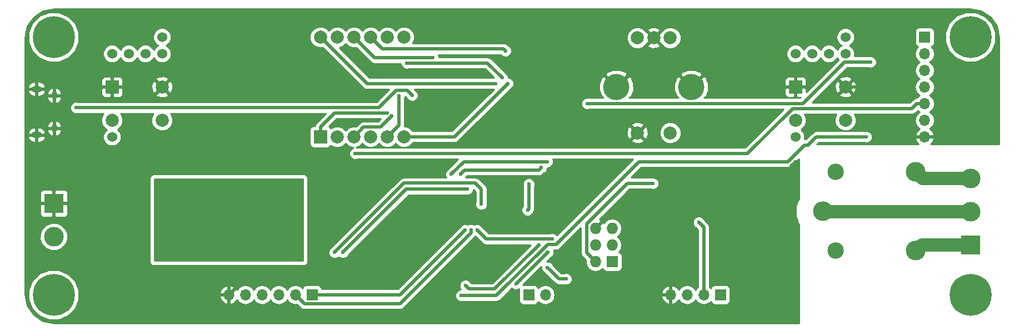
<source format=gbl>
G04 #@! TF.FileFunction,Copper,L2,Bot,Signal*
%FSLAX46Y46*%
G04 Gerber Fmt 4.6, Leading zero omitted, Abs format (unit mm)*
G04 Created by KiCad (PCBNEW 4.0.7-e2-6376~58~ubuntu16.04.1) date Fri Oct 20 12:03:34 2017*
%MOMM*%
%LPD*%
G01*
G04 APERTURE LIST*
%ADD10C,0.100000*%
%ADD11C,2.500000*%
%ADD12C,3.000000*%
%ADD13R,2.032000X2.032000*%
%ADD14C,2.000000*%
%ADD15R,1.727200X1.727200*%
%ADD16O,1.727200X1.727200*%
%ADD17R,3.000000X3.000000*%
%ADD18C,1.524000*%
%ADD19R,2.000000X2.000000*%
%ADD20R,1.700000X1.700000*%
%ADD21O,1.700000X1.700000*%
%ADD22O,0.950000X1.250000*%
%ADD23O,1.550000X1.000000*%
%ADD24C,4.000000*%
%ADD25C,6.400000*%
%ADD26C,0.600000*%
%ADD27C,0.500000*%
%ADD28C,2.000000*%
%ADD29C,0.254000*%
G04 APERTURE END LIST*
D10*
D11*
X124206000Y23876000D03*
D12*
X136406000Y23876000D03*
X136456000Y11826000D03*
D11*
X124206000Y11876000D03*
D12*
X122256000Y17826000D03*
D13*
X45720000Y29210000D03*
D14*
X48260000Y29210000D03*
X50800000Y29210000D03*
X53340000Y29210000D03*
X55880000Y29210000D03*
X58420000Y29210000D03*
X53340000Y44450000D03*
X55880000Y44450000D03*
X45720000Y44450000D03*
X48260000Y44450000D03*
X58420000Y44450000D03*
X50800000Y44450000D03*
D15*
X90170000Y10160000D03*
D16*
X87630000Y10160000D03*
X90170000Y12700000D03*
X87630000Y12700000D03*
X90170000Y15240000D03*
X87630000Y15240000D03*
D17*
X144780000Y12700000D03*
D12*
X144780000Y17780000D03*
X144780000Y22860000D03*
D17*
X5080000Y19050000D03*
D12*
X5080000Y13970000D03*
D18*
X13970000Y29210000D03*
X13970000Y41910000D03*
X16510000Y41910000D03*
X19050000Y41910000D03*
X21590000Y41910000D03*
D14*
X21590000Y36830000D03*
X21590000Y31750000D03*
X13970000Y31750000D03*
D19*
X13970000Y36830000D03*
D18*
X21590000Y44450000D03*
D20*
X77470000Y5080000D03*
D21*
X80010000Y5080000D03*
D18*
X118110000Y29210000D03*
X118110000Y41910000D03*
X120650000Y41910000D03*
X123190000Y41910000D03*
X125730000Y41910000D03*
D14*
X125730000Y36830000D03*
X125730000Y31750000D03*
X118110000Y31750000D03*
D19*
X118110000Y36830000D03*
D18*
X125730000Y44450000D03*
D20*
X44450000Y5080000D03*
D21*
X41910000Y5080000D03*
X39370000Y5080000D03*
X36830000Y5080000D03*
X34290000Y5080000D03*
X31750000Y5080000D03*
D22*
X5160000Y35520000D03*
X5160000Y30520000D03*
D23*
X2460000Y36520000D03*
X2460000Y29520000D03*
D24*
X102220000Y36830000D03*
D14*
X94020000Y29830000D03*
X94020000Y44330000D03*
X96520000Y44330000D03*
X99020000Y44330000D03*
X99020000Y29830000D03*
D24*
X90820000Y36830000D03*
D20*
X137795000Y44450000D03*
D21*
X137795000Y41910000D03*
X137795000Y39370000D03*
X137795000Y36830000D03*
X137795000Y34290000D03*
X137795000Y31750000D03*
X137795000Y29210000D03*
D25*
X5080000Y44450000D03*
X5080000Y5080000D03*
X144780000Y5080000D03*
X144780000Y44450000D03*
D20*
X106680000Y5080000D03*
D21*
X104140000Y5080000D03*
X101600000Y5080000D03*
X99060000Y5080000D03*
D26*
X55870512Y32855397D03*
X56578500Y32385000D03*
X57658000Y35496500D03*
X74282601Y37363785D03*
X73914000Y42354500D03*
X58880345Y40474990D03*
X73406000Y38227000D03*
X72453500Y37338000D03*
X62865000Y41275000D03*
X87503000Y40513000D03*
X80645000Y18415000D03*
X68706998Y13081000D03*
X63373000Y30226000D03*
X63754000Y18161000D03*
X62262000Y15208000D03*
X67818000Y10287000D03*
X133350000Y41910000D03*
X35560000Y24130000D03*
X118110000Y25400000D03*
X117475000Y21590000D03*
X99695000Y20955000D03*
X111125000Y21590000D03*
X49530000Y31115000D03*
X60325000Y31115000D03*
X62230000Y27940000D03*
X73660000Y33655000D03*
X54610000Y39370000D03*
X60960000Y38735000D03*
X43180000Y8890000D03*
X36830000Y8890000D03*
X36830000Y8890000D03*
X95250000Y24130000D03*
X91440000Y17780000D03*
X69596000Y14986000D03*
X81026000Y13589004D03*
X80312280Y9250010D03*
X83133114Y7493000D03*
X75506942Y6789058D03*
X80391000Y11620500D03*
X51015002Y26670000D03*
X77470000Y21971000D03*
X77282776Y18031173D03*
X79375000Y24511000D03*
X67056000Y23495000D03*
X80264000Y25400000D03*
X65659000Y23495000D03*
X86360000Y34290000D03*
X129540000Y40640000D03*
X8509000Y33655000D03*
X59690000Y35560000D03*
X26670000Y15240000D03*
X25400000Y15240000D03*
X24130000Y15240000D03*
X24130000Y17780000D03*
X25400000Y17780000D03*
X26670000Y17780000D03*
X24130000Y16510000D03*
X25400000Y16510000D03*
X26670000Y16510000D03*
X96393000Y22098000D03*
X67183000Y4953000D03*
X128905000Y29210000D03*
X120015000Y27940000D03*
X67754500Y14986000D03*
X68649361Y14985764D03*
X68071999Y21209000D03*
X49149000Y11557000D03*
X70231000Y18923000D03*
X47879000Y11557000D03*
X67818000Y6477000D03*
X78994000Y12700000D03*
X103378000Y16129000D03*
D27*
X47849397Y32855397D02*
X55870512Y32855397D01*
X45720000Y30726000D02*
X47849397Y32855397D01*
X45720000Y29210000D02*
X45720000Y30726000D01*
X54903501Y30710001D02*
X56578500Y32385000D01*
X50800000Y29210000D02*
X52300001Y30710001D01*
X52300001Y30710001D02*
X54903501Y30710001D01*
X57658000Y35496500D02*
X57658000Y30988000D01*
X57658000Y30988000D02*
X55880000Y29210000D01*
X66128816Y29210000D02*
X74282601Y37363785D01*
X58420000Y29210000D02*
X66128816Y29210000D01*
X55129991Y42660009D02*
X53340000Y44450000D01*
X73914000Y42354500D02*
X73608491Y42660009D01*
X73608491Y42660009D02*
X55129991Y42660009D01*
X71158010Y40474990D02*
X58880345Y40474990D01*
X73406000Y38227000D02*
X71158010Y40474990D01*
X72453500Y37338000D02*
X52832000Y37338000D01*
X52832000Y37338000D02*
X45720000Y44450000D01*
X62865000Y41275000D02*
X53975000Y41275000D01*
X53975000Y41275000D02*
X50800000Y44450000D01*
X90820000Y36830000D02*
X87503000Y40147000D01*
X87503000Y40147000D02*
X87503000Y40513000D01*
X90820000Y36830000D02*
X90678000Y36830000D01*
X68706998Y12656736D02*
X68706998Y13081000D01*
X68706998Y11175998D02*
X68706998Y12656736D01*
X67818000Y10287000D02*
X68706998Y11175998D01*
X63073001Y30525999D02*
X63373000Y30226000D01*
X62484000Y31115000D02*
X63073001Y30525999D01*
X60325000Y31115000D02*
X62484000Y31115000D01*
X62262000Y15208000D02*
X62262000Y16669000D01*
X62262000Y16669000D02*
X63754000Y18161000D01*
X125730000Y36830000D02*
X128270000Y36830000D01*
X128270000Y36830000D02*
X133350000Y41910000D01*
X117475000Y21590000D02*
X117475000Y24765000D01*
X117475000Y24765000D02*
X118110000Y25400000D01*
X111125000Y21590000D02*
X117475000Y21590000D01*
X96520000Y24130000D02*
X99695000Y20955000D01*
X95250000Y24130000D02*
X108585000Y24130000D01*
X108585000Y24130000D02*
X111125000Y21590000D01*
X72390000Y33655000D02*
X66675000Y27940000D01*
X66675000Y27940000D02*
X62230000Y27940000D01*
X73660000Y33655000D02*
X72390000Y33655000D01*
X55245000Y38735000D02*
X54610000Y39370000D01*
X60960000Y38735000D02*
X55245000Y38735000D01*
X36830000Y8890000D02*
X43180000Y8890000D01*
X31750000Y5080000D02*
X35560000Y8890000D01*
X35560000Y8890000D02*
X36830000Y8890000D01*
X95250000Y24130000D02*
X96520000Y24130000D01*
X87630000Y15240000D02*
X90170000Y17780000D01*
X90170000Y17780000D02*
X91440000Y17780000D01*
X69895999Y14686001D02*
X69596000Y14986000D01*
X70992996Y13589004D02*
X69895999Y14686001D01*
X81026000Y13589004D02*
X70992996Y13589004D01*
X80612279Y8950011D02*
X80312280Y9250010D01*
X82069290Y7493000D02*
X80612279Y8950011D01*
X83133114Y7493000D02*
X82069290Y7493000D01*
X80391000Y11620500D02*
X75559558Y6789058D01*
X75559558Y6789058D02*
X75506942Y6789058D01*
X110809998Y26670000D02*
X51015002Y26670000D01*
X117679987Y33539989D02*
X110809998Y26670000D01*
X135842908Y33539989D02*
X117679987Y33539989D01*
X136592919Y34290000D02*
X135842908Y33539989D01*
X137795000Y34290000D02*
X136592919Y34290000D01*
X77470000Y21971000D02*
X77470000Y18218397D01*
X77470000Y18218397D02*
X77282776Y18031173D01*
X67056000Y23495000D02*
X67691000Y24130000D01*
X67691000Y24130000D02*
X78994000Y24130000D01*
X78994000Y24130000D02*
X79075001Y24211001D01*
X79075001Y24211001D02*
X79375000Y24511000D01*
X65659000Y23495000D02*
X67564000Y25400000D01*
X67564000Y25400000D02*
X79839736Y25400000D01*
X79839736Y25400000D02*
X80264000Y25400000D01*
X129540000Y40640000D02*
X125603000Y40640000D01*
X125603000Y40640000D02*
X119253000Y34290000D01*
X119253000Y34290000D02*
X86360000Y34290000D01*
X59690000Y35560000D02*
X58953499Y36296501D01*
X58953499Y36296501D02*
X57273999Y36296501D01*
X57273999Y36296501D02*
X54632498Y33655000D01*
X54632498Y33655000D02*
X48345998Y33655000D01*
X48345998Y33655000D02*
X8509000Y33655000D01*
X25400000Y15240000D02*
X26670000Y15240000D01*
X24130000Y17780000D02*
X24130000Y15240000D01*
X26670000Y17780000D02*
X25400000Y17780000D01*
X87630000Y10160000D02*
X86266399Y11523601D01*
X86266399Y11523601D02*
X86266399Y15894529D01*
X86266399Y15894529D02*
X92469870Y22098000D01*
X92469870Y22098000D02*
X96393000Y22098000D01*
X67183000Y4953000D02*
X72539498Y4953000D01*
X72539498Y4953000D02*
X80375501Y12789003D01*
X80375501Y12789003D02*
X81623003Y12789003D01*
X81623003Y12789003D02*
X94234000Y25400000D01*
X94234000Y25400000D02*
X116925998Y25400000D01*
X116925998Y25400000D02*
X119465998Y27940000D01*
X119465998Y27940000D02*
X119590736Y27940000D01*
X119590736Y27940000D02*
X120015000Y27940000D01*
X120015000Y27940000D02*
X121285000Y29210000D01*
X121285000Y29210000D02*
X128905000Y29210000D01*
X57848500Y5080000D02*
X67754500Y14986000D01*
X44450000Y5080000D02*
X57848500Y5080000D01*
X68649361Y14561500D02*
X68649361Y14985764D01*
X57817860Y3729999D02*
X68649361Y14561500D01*
X43260001Y3729999D02*
X57817860Y3729999D01*
X41910000Y5080000D02*
X43260001Y3729999D01*
X67647735Y21209000D02*
X68071999Y21209000D01*
X58801000Y21209000D02*
X67647735Y21209000D01*
X49149000Y11557000D02*
X58801000Y21209000D01*
X47879000Y11557000D02*
X58458002Y22136002D01*
X69303998Y22136002D02*
X70231000Y21209000D01*
X58458002Y22136002D02*
X69303998Y22136002D01*
X70231000Y21209000D02*
X70231000Y19347264D01*
X70231000Y19347264D02*
X70231000Y18923000D01*
X78994000Y12700000D02*
X72263000Y5969000D01*
X72263000Y5969000D02*
X68326000Y5969000D01*
X68326000Y5969000D02*
X67818000Y6477000D01*
D28*
X144780000Y12700000D02*
X137330000Y12700000D01*
X137330000Y12700000D02*
X136456000Y11826000D01*
X144780000Y17780000D02*
X122302000Y17780000D01*
X122302000Y17780000D02*
X122256000Y17826000D01*
X144780000Y22860000D02*
X137422000Y22860000D01*
X137422000Y22860000D02*
X136406000Y23876000D01*
D27*
X104140000Y5080000D02*
X104140000Y15367000D01*
X104140000Y15367000D02*
X103378000Y16129000D01*
D29*
G36*
X43053000Y10287000D02*
X20447000Y10287000D01*
X20447000Y22733000D01*
X43053000Y22733000D01*
X43053000Y10287000D01*
X43053000Y10287000D01*
G37*
X43053000Y10287000D02*
X20447000Y10287000D01*
X20447000Y22733000D01*
X43053000Y22733000D01*
X43053000Y10287000D01*
G36*
X146437249Y48450953D02*
X147842197Y47512196D01*
X148780953Y46107249D01*
X149125000Y44377609D01*
X149125000Y28067000D01*
X138723914Y28067000D01*
X139066645Y28443076D01*
X139236476Y28853110D01*
X139115155Y29083000D01*
X137922000Y29083000D01*
X137922000Y29063000D01*
X137668000Y29063000D01*
X137668000Y29083000D01*
X136474845Y29083000D01*
X136353524Y28853110D01*
X136523355Y28443076D01*
X136866086Y28067000D01*
X121393579Y28067000D01*
X121651579Y28325000D01*
X128598178Y28325000D01*
X128718201Y28275162D01*
X129090167Y28274838D01*
X129433943Y28416883D01*
X129697192Y28679673D01*
X129839838Y29023201D01*
X129840162Y29395167D01*
X129698117Y29738943D01*
X129435327Y30002192D01*
X129091799Y30144838D01*
X128719833Y30145162D01*
X128598431Y30095000D01*
X121285005Y30095000D01*
X121285000Y30095001D01*
X120946325Y30027633D01*
X120659210Y29835790D01*
X120659208Y29835787D01*
X119648420Y28825000D01*
X119465998Y28825000D01*
X119462494Y28824303D01*
X119506757Y28930900D01*
X119507242Y29486661D01*
X119295010Y30000303D01*
X118962656Y30333238D01*
X119034943Y30363106D01*
X119495278Y30822637D01*
X119744716Y31423352D01*
X119745284Y32073795D01*
X119505139Y32654989D01*
X124335432Y32654989D01*
X124095284Y32076648D01*
X124094716Y31426205D01*
X124343106Y30825057D01*
X124802637Y30364722D01*
X125403352Y30115284D01*
X126053795Y30114716D01*
X126654943Y30363106D01*
X127115278Y30822637D01*
X127364716Y31423352D01*
X127365284Y32073795D01*
X127125139Y32654989D01*
X135842903Y32654989D01*
X135842908Y32654988D01*
X136125392Y32711179D01*
X136181583Y32722356D01*
X136468698Y32914199D01*
X136468699Y32914200D01*
X136762965Y33208467D01*
X137045026Y33020000D01*
X136715853Y32800054D01*
X136393946Y32318285D01*
X136280907Y31750000D01*
X136393946Y31181715D01*
X136715853Y30699946D01*
X137056553Y30472298D01*
X136913642Y30405183D01*
X136523355Y29976924D01*
X136353524Y29566890D01*
X136474845Y29337000D01*
X137668000Y29337000D01*
X137668000Y29357000D01*
X137922000Y29357000D01*
X137922000Y29337000D01*
X139115155Y29337000D01*
X139236476Y29566890D01*
X139066645Y29976924D01*
X138676358Y30405183D01*
X138533447Y30472298D01*
X138874147Y30699946D01*
X139196054Y31181715D01*
X139309093Y31750000D01*
X139196054Y32318285D01*
X138874147Y32800054D01*
X138544974Y33020000D01*
X138874147Y33239946D01*
X139196054Y33721715D01*
X139309093Y34290000D01*
X139196054Y34858285D01*
X138874147Y35340054D01*
X138544974Y35560000D01*
X138874147Y35779946D01*
X139196054Y36261715D01*
X139309093Y36830000D01*
X139196054Y37398285D01*
X138874147Y37880054D01*
X138544974Y38100000D01*
X138874147Y38319946D01*
X139196054Y38801715D01*
X139309093Y39370000D01*
X139196054Y39938285D01*
X138874147Y40420054D01*
X138544974Y40640000D01*
X138874147Y40859946D01*
X139196054Y41341715D01*
X139309093Y41910000D01*
X139196054Y42478285D01*
X138874147Y42960054D01*
X138832548Y42987850D01*
X138880317Y42996838D01*
X139096441Y43135910D01*
X139241431Y43348110D01*
X139292440Y43600000D01*
X139292440Y43690518D01*
X140944336Y43690518D01*
X141526950Y42280485D01*
X142604811Y41200741D01*
X144013825Y40615667D01*
X145539482Y40614336D01*
X146949515Y41196950D01*
X148029259Y42274811D01*
X148614333Y43683825D01*
X148615664Y45209482D01*
X148033050Y46619515D01*
X146955189Y47699259D01*
X145546175Y48284333D01*
X144020518Y48285664D01*
X142610485Y47703050D01*
X141530741Y46625189D01*
X140945667Y45216175D01*
X140944336Y43690518D01*
X139292440Y43690518D01*
X139292440Y45300000D01*
X139248162Y45535317D01*
X139109090Y45751441D01*
X138896890Y45896431D01*
X138645000Y45947440D01*
X136945000Y45947440D01*
X136709683Y45903162D01*
X136493559Y45764090D01*
X136348569Y45551890D01*
X136297560Y45300000D01*
X136297560Y43600000D01*
X136341838Y43364683D01*
X136480910Y43148559D01*
X136693110Y43003569D01*
X136760541Y42989914D01*
X136715853Y42960054D01*
X136393946Y42478285D01*
X136280907Y41910000D01*
X136393946Y41341715D01*
X136715853Y40859946D01*
X137045026Y40640000D01*
X136715853Y40420054D01*
X136393946Y39938285D01*
X136280907Y39370000D01*
X136393946Y38801715D01*
X136715853Y38319946D01*
X137045026Y38100000D01*
X136715853Y37880054D01*
X136393946Y37398285D01*
X136280907Y36830000D01*
X136393946Y36261715D01*
X136715853Y35779946D01*
X137045026Y35560000D01*
X136715853Y35340054D01*
X136605568Y35175000D01*
X136592924Y35175000D01*
X136592919Y35175001D01*
X136310435Y35118810D01*
X136254244Y35107633D01*
X135967129Y34915790D01*
X135967127Y34915787D01*
X135476328Y34424989D01*
X120639569Y34424989D01*
X121892047Y35677468D01*
X124757073Y35677468D01*
X124855736Y35410613D01*
X125465461Y35184092D01*
X126115460Y35208144D01*
X126604264Y35410613D01*
X126702927Y35677468D01*
X125730000Y36650395D01*
X124757073Y35677468D01*
X121892047Y35677468D01*
X123309118Y37094539D01*
X124084092Y37094539D01*
X124108144Y36444540D01*
X124310613Y35955736D01*
X124577468Y35857073D01*
X125550395Y36830000D01*
X125909605Y36830000D01*
X126882532Y35857073D01*
X127149387Y35955736D01*
X127375908Y36565461D01*
X127351856Y37215460D01*
X127149387Y37704264D01*
X126882532Y37802927D01*
X125909605Y36830000D01*
X125550395Y36830000D01*
X124577468Y37802927D01*
X124310613Y37704264D01*
X124084092Y37094539D01*
X123309118Y37094539D01*
X124197111Y37982532D01*
X124757073Y37982532D01*
X125730000Y37009605D01*
X126702927Y37982532D01*
X126604264Y38249387D01*
X125994539Y38475908D01*
X125344540Y38451856D01*
X124855736Y38249387D01*
X124757073Y37982532D01*
X124197111Y37982532D01*
X125969579Y39755000D01*
X129233178Y39755000D01*
X129353201Y39705162D01*
X129725167Y39704838D01*
X130068943Y39846883D01*
X130332192Y40109673D01*
X130474838Y40453201D01*
X130475162Y40825167D01*
X130333117Y41168943D01*
X130070327Y41432192D01*
X129726799Y41574838D01*
X129354833Y41575162D01*
X129233431Y41525000D01*
X127082784Y41525000D01*
X127126757Y41630900D01*
X127127242Y42186661D01*
X126915010Y42700303D01*
X126522370Y43093629D01*
X126314488Y43179949D01*
X126520303Y43264990D01*
X126913629Y43657630D01*
X127126757Y44170900D01*
X127127242Y44726661D01*
X126915010Y45240303D01*
X126522370Y45633629D01*
X126009100Y45846757D01*
X125453339Y45847242D01*
X124939697Y45635010D01*
X124546371Y45242370D01*
X124333243Y44729100D01*
X124332758Y44173339D01*
X124544990Y43659697D01*
X124937630Y43266371D01*
X125145512Y43180051D01*
X124939697Y43095010D01*
X124546371Y42702370D01*
X124460051Y42494488D01*
X124375010Y42700303D01*
X123982370Y43093629D01*
X123469100Y43306757D01*
X122913339Y43307242D01*
X122399697Y43095010D01*
X122006371Y42702370D01*
X121920051Y42494488D01*
X121835010Y42700303D01*
X121442370Y43093629D01*
X120929100Y43306757D01*
X120373339Y43307242D01*
X119859697Y43095010D01*
X119466371Y42702370D01*
X119380051Y42494488D01*
X119295010Y42700303D01*
X118902370Y43093629D01*
X118389100Y43306757D01*
X117833339Y43307242D01*
X117319697Y43095010D01*
X116926371Y42702370D01*
X116713243Y42189100D01*
X116712758Y41633339D01*
X116924990Y41119697D01*
X117317630Y40726371D01*
X117830900Y40513243D01*
X118386661Y40512758D01*
X118900303Y40724990D01*
X119293629Y41117630D01*
X119379949Y41325512D01*
X119464990Y41119697D01*
X119857630Y40726371D01*
X120370900Y40513243D01*
X120926661Y40512758D01*
X121440303Y40724990D01*
X121833629Y41117630D01*
X121919949Y41325512D01*
X122004990Y41119697D01*
X122397630Y40726371D01*
X122910900Y40513243D01*
X123466661Y40512758D01*
X123980303Y40724990D01*
X124373629Y41117630D01*
X124459949Y41325512D01*
X124544990Y41119697D01*
X124687929Y40976508D01*
X119745000Y36033580D01*
X119745000Y36544250D01*
X119586250Y36703000D01*
X118237000Y36703000D01*
X118237000Y35353750D01*
X118395750Y35195000D01*
X118906420Y35195000D01*
X118886420Y35175000D01*
X104162890Y35175000D01*
X104465743Y35355353D01*
X104859119Y36327012D01*
X104857377Y36544250D01*
X116475000Y36544250D01*
X116475000Y35703690D01*
X116571673Y35470301D01*
X116750302Y35291673D01*
X116983691Y35195000D01*
X117824250Y35195000D01*
X117983000Y35353750D01*
X117983000Y36703000D01*
X116633750Y36703000D01*
X116475000Y36544250D01*
X104857377Y36544250D01*
X104850713Y37375247D01*
X104610029Y37956310D01*
X116475000Y37956310D01*
X116475000Y37115750D01*
X116633750Y36957000D01*
X117983000Y36957000D01*
X117983000Y38306250D01*
X118237000Y38306250D01*
X118237000Y36957000D01*
X119586250Y36957000D01*
X119745000Y37115750D01*
X119745000Y37956310D01*
X119648327Y38189699D01*
X119469698Y38368327D01*
X119236309Y38465000D01*
X118395750Y38465000D01*
X118237000Y38306250D01*
X117983000Y38306250D01*
X117824250Y38465000D01*
X116983691Y38465000D01*
X116750302Y38368327D01*
X116571673Y38189699D01*
X116475000Y37956310D01*
X104610029Y37956310D01*
X104465743Y38304647D01*
X104095022Y38525416D01*
X102399605Y36830000D01*
X102413748Y36815858D01*
X102234142Y36636252D01*
X102220000Y36650395D01*
X102205858Y36636252D01*
X102026252Y36815858D01*
X102040395Y36830000D01*
X100344978Y38525416D01*
X99974257Y38304647D01*
X99580881Y37332988D01*
X99589287Y36284753D01*
X99974257Y35355353D01*
X100277110Y35175000D01*
X92762890Y35175000D01*
X93065743Y35355353D01*
X93459119Y36327012D01*
X93450713Y37375247D01*
X93065743Y38304647D01*
X92695022Y38525416D01*
X90999605Y36830000D01*
X91013748Y36815858D01*
X90834142Y36636252D01*
X90820000Y36650395D01*
X90805858Y36636252D01*
X90626252Y36815858D01*
X90640395Y36830000D01*
X88944978Y38525416D01*
X88574257Y38304647D01*
X88180881Y37332988D01*
X88189287Y36284753D01*
X88574257Y35355353D01*
X88877110Y35175000D01*
X86666822Y35175000D01*
X86546799Y35224838D01*
X86174833Y35225162D01*
X85831057Y35083117D01*
X85567808Y34820327D01*
X85425162Y34476799D01*
X85424838Y34104833D01*
X85566883Y33761057D01*
X85829673Y33497808D01*
X86173201Y33355162D01*
X86545167Y33354838D01*
X86666569Y33405000D01*
X116293419Y33405000D01*
X110443418Y27555000D01*
X51321824Y27555000D01*
X51201801Y27604838D01*
X51196706Y27604842D01*
X51724943Y27823106D01*
X52070199Y28167759D01*
X52412637Y27824722D01*
X53013352Y27575284D01*
X53663795Y27574716D01*
X54264943Y27823106D01*
X54610199Y28167759D01*
X54952637Y27824722D01*
X55553352Y27575284D01*
X56203795Y27574716D01*
X56804943Y27823106D01*
X57150199Y28167759D01*
X57492637Y27824722D01*
X58093352Y27575284D01*
X58743795Y27574716D01*
X59344943Y27823106D01*
X59805278Y28282637D01*
X59822869Y28325000D01*
X66128811Y28325000D01*
X66128816Y28324999D01*
X66411300Y28381190D01*
X66467491Y28392367D01*
X66754606Y28584210D01*
X66847863Y28677468D01*
X93047073Y28677468D01*
X93145736Y28410613D01*
X93755461Y28184092D01*
X94405460Y28208144D01*
X94894264Y28410613D01*
X94992927Y28677468D01*
X94020000Y29650395D01*
X93047073Y28677468D01*
X66847863Y28677468D01*
X68264934Y30094539D01*
X92374092Y30094539D01*
X92398144Y29444540D01*
X92600613Y28955736D01*
X92867468Y28857073D01*
X93840395Y29830000D01*
X94199605Y29830000D01*
X95172532Y28857073D01*
X95439387Y28955736D01*
X95643893Y29506205D01*
X97384716Y29506205D01*
X97633106Y28905057D01*
X98092637Y28444722D01*
X98693352Y28195284D01*
X99343795Y28194716D01*
X99944943Y28443106D01*
X100405278Y28902637D01*
X100654716Y29503352D01*
X100655284Y30153795D01*
X100406894Y30754943D01*
X99947363Y31215278D01*
X99346648Y31464716D01*
X98696205Y31465284D01*
X98095057Y31216894D01*
X97634722Y30757363D01*
X97385284Y30156648D01*
X97384716Y29506205D01*
X95643893Y29506205D01*
X95665908Y29565461D01*
X95641856Y30215460D01*
X95439387Y30704264D01*
X95172532Y30802927D01*
X94199605Y29830000D01*
X93840395Y29830000D01*
X92867468Y30802927D01*
X92600613Y30704264D01*
X92374092Y30094539D01*
X68264934Y30094539D01*
X69152927Y30982532D01*
X93047073Y30982532D01*
X94020000Y30009605D01*
X94992927Y30982532D01*
X94894264Y31249387D01*
X94284539Y31475908D01*
X93634540Y31451856D01*
X93145736Y31249387D01*
X93047073Y30982532D01*
X69152927Y30982532D01*
X74691435Y36521040D01*
X74811544Y36570668D01*
X75074793Y36833458D01*
X75217439Y37176986D01*
X75217763Y37548952D01*
X75075718Y37892728D01*
X74812928Y38155977D01*
X74469400Y38298623D01*
X74341063Y38298735D01*
X74341162Y38412167D01*
X74220158Y38705022D01*
X89124584Y38705022D01*
X90820000Y37009605D01*
X92515416Y38705022D01*
X100524584Y38705022D01*
X102220000Y37009605D01*
X103915416Y38705022D01*
X103694647Y39075743D01*
X102722988Y39469119D01*
X101674753Y39460713D01*
X100745353Y39075743D01*
X100524584Y38705022D01*
X92515416Y38705022D01*
X92294647Y39075743D01*
X91322988Y39469119D01*
X90274753Y39460713D01*
X89345353Y39075743D01*
X89124584Y38705022D01*
X74220158Y38705022D01*
X74199117Y38755943D01*
X73936327Y39019192D01*
X73815013Y39069566D01*
X71783800Y41100780D01*
X71758582Y41117630D01*
X71496685Y41292623D01*
X71440494Y41303800D01*
X71158010Y41359991D01*
X71158005Y41359990D01*
X63800075Y41359990D01*
X63800162Y41460167D01*
X63670072Y41775009D01*
X73171343Y41775009D01*
X73383673Y41562308D01*
X73727201Y41419662D01*
X74099167Y41419338D01*
X74442943Y41561383D01*
X74706192Y41824173D01*
X74848838Y42167701D01*
X74849162Y42539667D01*
X74707117Y42883443D01*
X74444327Y43146692D01*
X74323014Y43197066D01*
X74234281Y43285799D01*
X74070849Y43395000D01*
X73947166Y43477642D01*
X73890975Y43488819D01*
X73608491Y43545010D01*
X73608486Y43545009D01*
X59814568Y43545009D01*
X60006072Y44006205D01*
X92384716Y44006205D01*
X92633106Y43405057D01*
X93092637Y42944722D01*
X93693352Y42695284D01*
X94343795Y42694716D01*
X94944943Y42943106D01*
X95179715Y43177468D01*
X95547073Y43177468D01*
X95645736Y42910613D01*
X96255461Y42684092D01*
X96905460Y42708144D01*
X97394264Y42910613D01*
X97492927Y43177468D01*
X96520000Y44150395D01*
X95547073Y43177468D01*
X95179715Y43177468D01*
X95361752Y43359187D01*
X95367468Y43357073D01*
X96340395Y44330000D01*
X96699605Y44330000D01*
X97672532Y43357073D01*
X97678722Y43359361D01*
X98092637Y42944722D01*
X98693352Y42695284D01*
X99343795Y42694716D01*
X99944943Y42943106D01*
X100405278Y43402637D01*
X100654716Y44003352D01*
X100655284Y44653795D01*
X100406894Y45254943D01*
X99947363Y45715278D01*
X99346648Y45964716D01*
X98696205Y45965284D01*
X98095057Y45716894D01*
X97678248Y45300813D01*
X97672532Y45302927D01*
X96699605Y44330000D01*
X96340395Y44330000D01*
X95367468Y45302927D01*
X95361278Y45300639D01*
X95179703Y45482532D01*
X95547073Y45482532D01*
X96520000Y44509605D01*
X97492927Y45482532D01*
X97394264Y45749387D01*
X96784539Y45975908D01*
X96134540Y45951856D01*
X95645736Y45749387D01*
X95547073Y45482532D01*
X95179703Y45482532D01*
X94947363Y45715278D01*
X94346648Y45964716D01*
X93696205Y45965284D01*
X93095057Y45716894D01*
X92634722Y45257363D01*
X92385284Y44656648D01*
X92384716Y44006205D01*
X60006072Y44006205D01*
X60054716Y44123352D01*
X60055284Y44773795D01*
X59806894Y45374943D01*
X59347363Y45835278D01*
X58746648Y46084716D01*
X58096205Y46085284D01*
X57495057Y45836894D01*
X57149801Y45492241D01*
X56807363Y45835278D01*
X56206648Y46084716D01*
X55556205Y46085284D01*
X54955057Y45836894D01*
X54609801Y45492241D01*
X54267363Y45835278D01*
X53666648Y46084716D01*
X53016205Y46085284D01*
X52415057Y45836894D01*
X52069801Y45492241D01*
X51727363Y45835278D01*
X51126648Y46084716D01*
X50476205Y46085284D01*
X49875057Y45836894D01*
X49529801Y45492241D01*
X49187363Y45835278D01*
X48586648Y46084716D01*
X47936205Y46085284D01*
X47335057Y45836894D01*
X46989801Y45492241D01*
X46647363Y45835278D01*
X46046648Y46084716D01*
X45396205Y46085284D01*
X44795057Y45836894D01*
X44334722Y45377363D01*
X44085284Y44776648D01*
X44084716Y44126205D01*
X44333106Y43525057D01*
X44792637Y43064722D01*
X45393352Y42815284D01*
X46043795Y42814716D01*
X46086188Y42832232D01*
X52206208Y36712213D01*
X52206210Y36712210D01*
X52493325Y36520367D01*
X52549516Y36509190D01*
X52832000Y36452999D01*
X52832005Y36453000D01*
X56178919Y36453000D01*
X54265918Y34540000D01*
X8815822Y34540000D01*
X8695799Y34589838D01*
X8323833Y34590162D01*
X7980057Y34448117D01*
X7716808Y34185327D01*
X7574162Y33841799D01*
X7573838Y33469833D01*
X7715883Y33126057D01*
X7978673Y32862808D01*
X8322201Y32720162D01*
X8694167Y32719838D01*
X8815569Y32770000D01*
X12677521Y32770000D01*
X12584722Y32677363D01*
X12335284Y32076648D01*
X12334716Y31426205D01*
X12583106Y30825057D01*
X13042637Y30364722D01*
X13118006Y30333426D01*
X12786371Y30002370D01*
X12573243Y29489100D01*
X12572758Y28933339D01*
X12784990Y28419697D01*
X13177630Y28026371D01*
X13690900Y27813243D01*
X14246661Y27812758D01*
X14760303Y28024990D01*
X15153629Y28417630D01*
X15366757Y28930900D01*
X15367242Y29486661D01*
X15155010Y30000303D01*
X14822656Y30333238D01*
X14894943Y30363106D01*
X15355278Y30822637D01*
X15604716Y31423352D01*
X15605284Y32073795D01*
X15356894Y32674943D01*
X15262003Y32770000D01*
X20297521Y32770000D01*
X20204722Y32677363D01*
X19955284Y32076648D01*
X19954716Y31426205D01*
X20203106Y30825057D01*
X20662637Y30364722D01*
X21263352Y30115284D01*
X21913795Y30114716D01*
X22514943Y30363106D01*
X22975278Y30822637D01*
X23224716Y31423352D01*
X23225284Y32073795D01*
X22976894Y32674943D01*
X22882003Y32770000D01*
X46512421Y32770000D01*
X45094210Y31351790D01*
X44902367Y31064675D01*
X44891190Y31008484D01*
X44864327Y30873440D01*
X44704000Y30873440D01*
X44468683Y30829162D01*
X44252559Y30690090D01*
X44107569Y30477890D01*
X44056560Y30226000D01*
X44056560Y28194000D01*
X44100838Y27958683D01*
X44239910Y27742559D01*
X44452110Y27597569D01*
X44704000Y27546560D01*
X46736000Y27546560D01*
X46971317Y27590838D01*
X47187441Y27729910D01*
X47284899Y27872544D01*
X47332637Y27824722D01*
X47933352Y27575284D01*
X48583795Y27574716D01*
X49184943Y27823106D01*
X49530199Y28167759D01*
X49872637Y27824722D01*
X50473352Y27575284D01*
X50756925Y27575036D01*
X50486059Y27463117D01*
X50222810Y27200327D01*
X50080164Y26856799D01*
X50079840Y26484833D01*
X50221885Y26141057D01*
X50484675Y25877808D01*
X50828203Y25735162D01*
X51200169Y25734838D01*
X51321571Y25785000D01*
X66697421Y25785000D01*
X65250164Y24337744D01*
X65130057Y24288117D01*
X64866808Y24025327D01*
X64724162Y23681799D01*
X64723838Y23309833D01*
X64843180Y23021002D01*
X58458007Y23021002D01*
X58458002Y23021003D01*
X58174818Y22964673D01*
X58119327Y22953635D01*
X57832212Y22761792D01*
X57832210Y22761789D01*
X47470164Y12399744D01*
X47350057Y12350117D01*
X47086808Y12087327D01*
X46944162Y11743799D01*
X46943838Y11371833D01*
X47085883Y11028057D01*
X47348673Y10764808D01*
X47692201Y10622162D01*
X48064167Y10621838D01*
X48407943Y10763883D01*
X48513954Y10869710D01*
X48618673Y10764808D01*
X48962201Y10622162D01*
X49334167Y10621838D01*
X49677943Y10763883D01*
X49941192Y11026673D01*
X49991566Y11147986D01*
X56689585Y17846006D01*
X76347614Y17846006D01*
X76489659Y17502230D01*
X76752449Y17238981D01*
X77095977Y17096335D01*
X77467943Y17096011D01*
X77811719Y17238056D01*
X78074968Y17500846D01*
X78141440Y17660927D01*
X78287633Y17879722D01*
X78309203Y17988162D01*
X78355001Y18218397D01*
X78355000Y18218402D01*
X78355000Y21664178D01*
X78404838Y21784201D01*
X78405162Y22156167D01*
X78263117Y22499943D01*
X78000327Y22763192D01*
X77656799Y22905838D01*
X77284833Y22906162D01*
X76941057Y22764117D01*
X76677808Y22501327D01*
X76535162Y22157799D01*
X76534838Y21785833D01*
X76585000Y21664431D01*
X76585000Y18655751D01*
X76490584Y18561500D01*
X76347938Y18217972D01*
X76347614Y17846006D01*
X56689585Y17846006D01*
X59167579Y20324000D01*
X67765177Y20324000D01*
X67885200Y20274162D01*
X68257166Y20273838D01*
X68600942Y20415883D01*
X68864191Y20678673D01*
X69006837Y21022201D01*
X69006976Y21181445D01*
X69346000Y20842421D01*
X69346000Y19229822D01*
X69296162Y19109799D01*
X69295838Y18737833D01*
X69437883Y18394057D01*
X69700673Y18130808D01*
X70044201Y17988162D01*
X70416167Y17987838D01*
X70759943Y18129883D01*
X71023192Y18392673D01*
X71165838Y18736201D01*
X71166162Y19108167D01*
X71116000Y19229569D01*
X71116000Y21208995D01*
X71116001Y21209000D01*
X71048633Y21547674D01*
X71048633Y21547675D01*
X70856790Y21834790D01*
X70856787Y21834792D01*
X69929788Y22761792D01*
X69858196Y22809628D01*
X69642673Y22953635D01*
X69580224Y22966057D01*
X69303998Y23021003D01*
X69303993Y23021002D01*
X67871582Y23021002D01*
X67898566Y23085986D01*
X68057579Y23245000D01*
X78993995Y23245000D01*
X78994000Y23244999D01*
X79311731Y23308201D01*
X79332675Y23312367D01*
X79619790Y23504210D01*
X79619791Y23504211D01*
X79700788Y23585209D01*
X79700791Y23585211D01*
X79783835Y23668256D01*
X79903943Y23717883D01*
X80167192Y23980673D01*
X80309838Y24324201D01*
X80309961Y24464959D01*
X80449167Y24464838D01*
X80792943Y24606883D01*
X81056192Y24869673D01*
X81198838Y25213201D01*
X81199162Y25585167D01*
X81116593Y25785000D01*
X93367421Y25785000D01*
X81759794Y14177374D01*
X81556327Y14381196D01*
X81212799Y14523842D01*
X80840833Y14524166D01*
X80719431Y14474004D01*
X71359575Y14474004D01*
X70521789Y15311791D01*
X70521786Y15311793D01*
X70438745Y15394835D01*
X70389117Y15514943D01*
X70126327Y15778192D01*
X69782799Y15920838D01*
X69410833Y15921162D01*
X69122110Y15801864D01*
X68836160Y15920602D01*
X68464194Y15920926D01*
X68201994Y15812587D01*
X67941299Y15920838D01*
X67569333Y15921162D01*
X67225557Y15779117D01*
X66962308Y15516327D01*
X66911934Y15395013D01*
X57481920Y5965000D01*
X45940854Y5965000D01*
X45903162Y6165317D01*
X45764090Y6381441D01*
X45551890Y6526431D01*
X45300000Y6577440D01*
X43600000Y6577440D01*
X43364683Y6533162D01*
X43148559Y6394090D01*
X43003569Y6181890D01*
X42989914Y6114459D01*
X42960054Y6159147D01*
X42478285Y6481054D01*
X41910000Y6594093D01*
X41341715Y6481054D01*
X40859946Y6159147D01*
X40640000Y5829974D01*
X40420054Y6159147D01*
X39938285Y6481054D01*
X39370000Y6594093D01*
X38801715Y6481054D01*
X38319946Y6159147D01*
X38100000Y5829974D01*
X37880054Y6159147D01*
X37398285Y6481054D01*
X36830000Y6594093D01*
X36261715Y6481054D01*
X35779946Y6159147D01*
X35560000Y5829974D01*
X35340054Y6159147D01*
X34858285Y6481054D01*
X34290000Y6594093D01*
X33721715Y6481054D01*
X33239946Y6159147D01*
X33012298Y5818447D01*
X32945183Y5961358D01*
X32516924Y6351645D01*
X32106890Y6521476D01*
X31877000Y6400155D01*
X31877000Y5207000D01*
X31897000Y5207000D01*
X31897000Y4953000D01*
X31877000Y4953000D01*
X31877000Y3759845D01*
X32106890Y3638524D01*
X32516924Y3808355D01*
X32945183Y4198642D01*
X33012298Y4341553D01*
X33239946Y4000853D01*
X33721715Y3678946D01*
X34290000Y3565907D01*
X34858285Y3678946D01*
X35340054Y4000853D01*
X35560000Y4330026D01*
X35779946Y4000853D01*
X36261715Y3678946D01*
X36830000Y3565907D01*
X37398285Y3678946D01*
X37880054Y4000853D01*
X38100000Y4330026D01*
X38319946Y4000853D01*
X38801715Y3678946D01*
X39370000Y3565907D01*
X39938285Y3678946D01*
X40420054Y4000853D01*
X40640000Y4330026D01*
X40859946Y4000853D01*
X41341715Y3678946D01*
X41910000Y3565907D01*
X42128960Y3609461D01*
X42634209Y3104212D01*
X42634211Y3104209D01*
X42921326Y2912366D01*
X42977517Y2901189D01*
X43260001Y2844998D01*
X43260006Y2844999D01*
X57817855Y2844999D01*
X57817860Y2844998D01*
X58100344Y2901189D01*
X58156535Y2912366D01*
X58443650Y3104209D01*
X69275148Y13935708D01*
X69275151Y13935710D01*
X69323039Y14007381D01*
X70367204Y12963217D01*
X70367206Y12963214D01*
X70654321Y12771371D01*
X70710512Y12760194D01*
X70992996Y12704003D01*
X70993001Y12704004D01*
X77746425Y12704004D01*
X71896420Y6854000D01*
X68692580Y6854000D01*
X68660744Y6885835D01*
X68611117Y7005943D01*
X68348327Y7269192D01*
X68004799Y7411838D01*
X67632833Y7412162D01*
X67289057Y7270117D01*
X67025808Y7007327D01*
X66883162Y6663799D01*
X66882838Y6291833D01*
X67024883Y5948057D01*
X67084749Y5888086D01*
X66997833Y5888162D01*
X66654057Y5746117D01*
X66390808Y5483327D01*
X66248162Y5139799D01*
X66247838Y4767833D01*
X66389883Y4424057D01*
X66652673Y4160808D01*
X66996201Y4018162D01*
X67368167Y4017838D01*
X67489569Y4068000D01*
X72539493Y4068000D01*
X72539498Y4067999D01*
X72821982Y4124190D01*
X72878173Y4135367D01*
X73165288Y4327210D01*
X74905841Y6067763D01*
X74976615Y5996866D01*
X75320143Y5854220D01*
X75692109Y5853896D01*
X75981350Y5973408D01*
X75972560Y5930000D01*
X75972560Y4230000D01*
X76016838Y3994683D01*
X76155910Y3778559D01*
X76368110Y3633569D01*
X76620000Y3582560D01*
X78320000Y3582560D01*
X78555317Y3626838D01*
X78771441Y3765910D01*
X78916431Y3978110D01*
X78930086Y4045541D01*
X78959946Y4000853D01*
X79441715Y3678946D01*
X80010000Y3565907D01*
X80578285Y3678946D01*
X81060054Y4000853D01*
X81381961Y4482622D01*
X81429796Y4723108D01*
X97618514Y4723108D01*
X97864817Y4198642D01*
X98293076Y3808355D01*
X98703110Y3638524D01*
X98933000Y3759845D01*
X98933000Y4953000D01*
X97739181Y4953000D01*
X97618514Y4723108D01*
X81429796Y4723108D01*
X81495000Y5050907D01*
X81495000Y5109093D01*
X81429797Y5436892D01*
X97618514Y5436892D01*
X97739181Y5207000D01*
X98933000Y5207000D01*
X98933000Y6400155D01*
X99187000Y6400155D01*
X99187000Y5207000D01*
X99207000Y5207000D01*
X99207000Y4953000D01*
X99187000Y4953000D01*
X99187000Y3759845D01*
X99416890Y3638524D01*
X99826924Y3808355D01*
X100255183Y4198642D01*
X100322298Y4341553D01*
X100549946Y4000853D01*
X101031715Y3678946D01*
X101600000Y3565907D01*
X102168285Y3678946D01*
X102650054Y4000853D01*
X102870000Y4330026D01*
X103089946Y4000853D01*
X103571715Y3678946D01*
X104140000Y3565907D01*
X104708285Y3678946D01*
X105190054Y4000853D01*
X105217850Y4042452D01*
X105226838Y3994683D01*
X105365910Y3778559D01*
X105578110Y3633569D01*
X105830000Y3582560D01*
X107530000Y3582560D01*
X107765317Y3626838D01*
X107981441Y3765910D01*
X108126431Y3978110D01*
X108177440Y4230000D01*
X108177440Y5930000D01*
X108133162Y6165317D01*
X107994090Y6381441D01*
X107781890Y6526431D01*
X107530000Y6577440D01*
X105830000Y6577440D01*
X105594683Y6533162D01*
X105378559Y6394090D01*
X105233569Y6181890D01*
X105219914Y6114459D01*
X105190054Y6159147D01*
X105025000Y6269432D01*
X105025000Y15366995D01*
X105025001Y15367000D01*
X104957633Y15705674D01*
X104957633Y15705675D01*
X104765790Y15992790D01*
X104765787Y15992792D01*
X104220744Y16537835D01*
X104171117Y16657943D01*
X103908327Y16921192D01*
X103564799Y17063838D01*
X103192833Y17064162D01*
X102849057Y16922117D01*
X102585808Y16659327D01*
X102443162Y16315799D01*
X102442838Y15943833D01*
X102584883Y15600057D01*
X102847673Y15336808D01*
X102968986Y15286434D01*
X103255000Y15000421D01*
X103255000Y6269432D01*
X103089946Y6159147D01*
X102870000Y5829974D01*
X102650054Y6159147D01*
X102168285Y6481054D01*
X101600000Y6594093D01*
X101031715Y6481054D01*
X100549946Y6159147D01*
X100322298Y5818447D01*
X100255183Y5961358D01*
X99826924Y6351645D01*
X99416890Y6521476D01*
X99187000Y6400155D01*
X98933000Y6400155D01*
X98703110Y6521476D01*
X98293076Y6351645D01*
X97864817Y5961358D01*
X97618514Y5436892D01*
X81429797Y5436892D01*
X81381961Y5677378D01*
X81060054Y6159147D01*
X80578285Y6481054D01*
X80010000Y6594093D01*
X79441715Y6481054D01*
X78959946Y6159147D01*
X78932150Y6117548D01*
X78923162Y6165317D01*
X78784090Y6381441D01*
X78571890Y6526431D01*
X78320000Y6577440D01*
X76620000Y6577440D01*
X76594773Y6572693D01*
X79377371Y9355292D01*
X79377118Y9064843D01*
X79519163Y8721067D01*
X79781953Y8457818D01*
X79903267Y8407444D01*
X79986487Y8324224D01*
X79986489Y8324221D01*
X81443498Y6867213D01*
X81443500Y6867210D01*
X81730615Y6675367D01*
X81786806Y6664190D01*
X82069290Y6607999D01*
X82069295Y6608000D01*
X82826292Y6608000D01*
X82946315Y6558162D01*
X83318281Y6557838D01*
X83662057Y6699883D01*
X83925306Y6962673D01*
X84067952Y7306201D01*
X84068276Y7678167D01*
X83926231Y8021943D01*
X83663441Y8285192D01*
X83319913Y8427838D01*
X82947947Y8428162D01*
X82826545Y8378000D01*
X82435869Y8378000D01*
X81238069Y9575801D01*
X81238066Y9575803D01*
X81155025Y9658845D01*
X81105397Y9778953D01*
X80842607Y10042202D01*
X80499079Y10184848D01*
X80207181Y10185102D01*
X80799834Y10777755D01*
X80919943Y10827383D01*
X81183192Y11090173D01*
X81325838Y11433701D01*
X81326162Y11805667D01*
X81285530Y11904003D01*
X81622998Y11904003D01*
X81623003Y11904002D01*
X81905487Y11960193D01*
X81961678Y11971370D01*
X82248793Y12163213D01*
X85381399Y15295819D01*
X85381399Y11523606D01*
X85381398Y11523601D01*
X85434048Y11258917D01*
X85448766Y11184926D01*
X85575863Y10994711D01*
X85640609Y10897811D01*
X86167512Y10370908D01*
X86131400Y10189359D01*
X86131400Y10130641D01*
X86245474Y9557152D01*
X86570330Y9070971D01*
X87056511Y8746115D01*
X87630000Y8632041D01*
X88203489Y8746115D01*
X88689670Y9070971D01*
X88698805Y9084642D01*
X88703238Y9061083D01*
X88842310Y8844959D01*
X89054510Y8699969D01*
X89306400Y8648960D01*
X91033600Y8648960D01*
X91268917Y8693238D01*
X91485041Y8832310D01*
X91630031Y9044510D01*
X91681040Y9296400D01*
X91681040Y11023600D01*
X91636762Y11258917D01*
X91497690Y11475041D01*
X91285490Y11620031D01*
X91241655Y11628908D01*
X91554526Y12097152D01*
X91668600Y12670641D01*
X91668600Y12729359D01*
X91554526Y13302848D01*
X91229670Y13789029D01*
X90958828Y13970000D01*
X91229670Y14150971D01*
X91554526Y14637152D01*
X91668600Y15210641D01*
X91668600Y15269359D01*
X91554526Y15842848D01*
X91229670Y16329029D01*
X90743489Y16653885D01*
X90170000Y16767959D01*
X89596511Y16653885D01*
X89110330Y16329029D01*
X88894336Y16005772D01*
X88836821Y16128490D01*
X88404947Y16522688D01*
X88221938Y16598488D01*
X92836449Y21213000D01*
X96086178Y21213000D01*
X96206201Y21163162D01*
X96578167Y21162838D01*
X96921943Y21304883D01*
X97185192Y21567673D01*
X97327838Y21911201D01*
X97328162Y22283167D01*
X97186117Y22626943D01*
X96923327Y22890192D01*
X96579799Y23032838D01*
X96207833Y23033162D01*
X96086431Y22983000D01*
X93068579Y22983000D01*
X94600579Y24515000D01*
X116925993Y24515000D01*
X116925998Y24514999D01*
X117208482Y24571190D01*
X117264673Y24582367D01*
X117551788Y24774210D01*
X118618000Y25840422D01*
X118618000Y19826426D01*
X118519625Y19589512D01*
X118423785Y19446077D01*
X118390424Y19278362D01*
X118129718Y18650513D01*
X118128285Y17008690D01*
X118354895Y16460253D01*
X118423785Y16113923D01*
X118618000Y15823258D01*
X118618000Y735000D01*
X5152391Y735000D01*
X3422751Y1079047D01*
X2017804Y2017803D01*
X1079047Y3422751D01*
X900470Y4320518D01*
X1244336Y4320518D01*
X1826950Y2910485D01*
X2904811Y1830741D01*
X4313825Y1245667D01*
X5839482Y1244336D01*
X7249515Y1826950D01*
X8329259Y2904811D01*
X8914333Y4313825D01*
X8914690Y4723108D01*
X30308514Y4723108D01*
X30554817Y4198642D01*
X30983076Y3808355D01*
X31393110Y3638524D01*
X31623000Y3759845D01*
X31623000Y4953000D01*
X30429181Y4953000D01*
X30308514Y4723108D01*
X8914690Y4723108D01*
X8915312Y5436892D01*
X30308514Y5436892D01*
X30429181Y5207000D01*
X31623000Y5207000D01*
X31623000Y6400155D01*
X31393110Y6521476D01*
X30983076Y6351645D01*
X30554817Y5961358D01*
X30308514Y5436892D01*
X8915312Y5436892D01*
X8915664Y5839482D01*
X8333050Y7249515D01*
X7255189Y8329259D01*
X5846175Y8914333D01*
X4320518Y8915664D01*
X2910485Y8333050D01*
X1830741Y7255189D01*
X1245667Y5846175D01*
X1244336Y4320518D01*
X900470Y4320518D01*
X735000Y5152390D01*
X735000Y13547185D01*
X2944630Y13547185D01*
X3268980Y12762200D01*
X3869041Y12161091D01*
X4653459Y11835372D01*
X5502815Y11834630D01*
X6287800Y12158980D01*
X6888909Y12759041D01*
X7214628Y13543459D01*
X7215370Y14392815D01*
X6891020Y15177800D01*
X6290959Y15778909D01*
X5506541Y16104628D01*
X4657185Y16105370D01*
X3872200Y15781020D01*
X3271091Y15180959D01*
X2945372Y14396541D01*
X2944630Y13547185D01*
X735000Y13547185D01*
X735000Y18764250D01*
X2945000Y18764250D01*
X2945000Y17423691D01*
X3041673Y17190302D01*
X3220301Y17011673D01*
X3453690Y16915000D01*
X4794250Y16915000D01*
X4953000Y17073750D01*
X4953000Y18923000D01*
X5207000Y18923000D01*
X5207000Y17073750D01*
X5365750Y16915000D01*
X6706310Y16915000D01*
X6939699Y17011673D01*
X7118327Y17190302D01*
X7215000Y17423691D01*
X7215000Y18764250D01*
X7056250Y18923000D01*
X5207000Y18923000D01*
X4953000Y18923000D01*
X3103750Y18923000D01*
X2945000Y18764250D01*
X735000Y18764250D01*
X735000Y20676309D01*
X2945000Y20676309D01*
X2945000Y19335750D01*
X3103750Y19177000D01*
X4953000Y19177000D01*
X4953000Y21026250D01*
X5207000Y21026250D01*
X5207000Y19177000D01*
X7056250Y19177000D01*
X7215000Y19335750D01*
X7215000Y20676309D01*
X7118327Y20909698D01*
X6939699Y21088327D01*
X6706310Y21185000D01*
X5365750Y21185000D01*
X5207000Y21026250D01*
X4953000Y21026250D01*
X4794250Y21185000D01*
X3453690Y21185000D01*
X3220301Y21088327D01*
X3041673Y20909698D01*
X2945000Y20676309D01*
X735000Y20676309D01*
X735000Y22860000D01*
X19685000Y22860000D01*
X19685000Y10160000D01*
X19728427Y9929205D01*
X19864827Y9717233D01*
X20072949Y9575029D01*
X20320000Y9525000D01*
X43180000Y9525000D01*
X43410795Y9568427D01*
X43622767Y9704827D01*
X43764971Y9912949D01*
X43815000Y10160000D01*
X43815000Y22860000D01*
X43771573Y23090795D01*
X43635173Y23302767D01*
X43427051Y23444971D01*
X43180000Y23495000D01*
X20320000Y23495000D01*
X20089205Y23451573D01*
X19877233Y23315173D01*
X19735029Y23107051D01*
X19685000Y22860000D01*
X735000Y22860000D01*
X735000Y29218126D01*
X1090881Y29218126D01*
X1292632Y28807237D01*
X1633322Y28519998D01*
X2058000Y28385000D01*
X2333000Y28385000D01*
X2333000Y29393000D01*
X2587000Y29393000D01*
X2587000Y28385000D01*
X2862000Y28385000D01*
X3286678Y28519998D01*
X3627368Y28807237D01*
X3829119Y29218126D01*
X3702954Y29393000D01*
X2587000Y29393000D01*
X2333000Y29393000D01*
X1217046Y29393000D01*
X1090881Y29218126D01*
X735000Y29218126D01*
X735000Y29821874D01*
X1090881Y29821874D01*
X1217046Y29647000D01*
X2333000Y29647000D01*
X2333000Y30655000D01*
X2587000Y30655000D01*
X2587000Y29647000D01*
X3702954Y29647000D01*
X3829119Y29821874D01*
X3634191Y30218869D01*
X4058771Y30218869D01*
X4200432Y29808951D01*
X4488179Y29484448D01*
X4862062Y29300732D01*
X5033000Y29427266D01*
X5033000Y30393000D01*
X5287000Y30393000D01*
X5287000Y29427266D01*
X5457938Y29300732D01*
X5831821Y29484448D01*
X6119568Y29808951D01*
X6261229Y30218869D01*
X6112563Y30393000D01*
X5287000Y30393000D01*
X5033000Y30393000D01*
X4207437Y30393000D01*
X4058771Y30218869D01*
X3634191Y30218869D01*
X3627368Y30232763D01*
X3286678Y30520002D01*
X2862000Y30655000D01*
X2587000Y30655000D01*
X2333000Y30655000D01*
X2058000Y30655000D01*
X1633322Y30520002D01*
X1292632Y30232763D01*
X1090881Y29821874D01*
X735000Y29821874D01*
X735000Y30821131D01*
X4058771Y30821131D01*
X4207437Y30647000D01*
X5033000Y30647000D01*
X5033000Y31612734D01*
X5287000Y31612734D01*
X5287000Y30647000D01*
X6112563Y30647000D01*
X6261229Y30821131D01*
X6119568Y31231049D01*
X5831821Y31555552D01*
X5457938Y31739268D01*
X5287000Y31612734D01*
X5033000Y31612734D01*
X4862062Y31739268D01*
X4488179Y31555552D01*
X4200432Y31231049D01*
X4058771Y30821131D01*
X735000Y30821131D01*
X735000Y35218869D01*
X4058771Y35218869D01*
X4200432Y34808951D01*
X4488179Y34484448D01*
X4862062Y34300732D01*
X5033000Y34427266D01*
X5033000Y35393000D01*
X5287000Y35393000D01*
X5287000Y34427266D01*
X5457938Y34300732D01*
X5831821Y34484448D01*
X6119568Y34808951D01*
X6261229Y35218869D01*
X6112563Y35393000D01*
X5287000Y35393000D01*
X5033000Y35393000D01*
X4207437Y35393000D01*
X4058771Y35218869D01*
X735000Y35218869D01*
X735000Y36218126D01*
X1090881Y36218126D01*
X1292632Y35807237D01*
X1633322Y35519998D01*
X2058000Y35385000D01*
X2333000Y35385000D01*
X2333000Y36393000D01*
X2587000Y36393000D01*
X2587000Y35385000D01*
X2862000Y35385000D01*
X3286678Y35519998D01*
X3627368Y35807237D01*
X3634190Y35821131D01*
X4058771Y35821131D01*
X4207437Y35647000D01*
X5033000Y35647000D01*
X5033000Y36612734D01*
X5287000Y36612734D01*
X5287000Y35647000D01*
X6112563Y35647000D01*
X6261229Y35821131D01*
X6119568Y36231049D01*
X5841843Y36544250D01*
X12335000Y36544250D01*
X12335000Y35703690D01*
X12431673Y35470301D01*
X12610302Y35291673D01*
X12843691Y35195000D01*
X13684250Y35195000D01*
X13843000Y35353750D01*
X13843000Y36703000D01*
X14097000Y36703000D01*
X14097000Y35353750D01*
X14255750Y35195000D01*
X15096309Y35195000D01*
X15329698Y35291673D01*
X15508327Y35470301D01*
X15594138Y35677468D01*
X20617073Y35677468D01*
X20715736Y35410613D01*
X21325461Y35184092D01*
X21975460Y35208144D01*
X22464264Y35410613D01*
X22562927Y35677468D01*
X21590000Y36650395D01*
X20617073Y35677468D01*
X15594138Y35677468D01*
X15605000Y35703690D01*
X15605000Y36544250D01*
X15446250Y36703000D01*
X14097000Y36703000D01*
X13843000Y36703000D01*
X12493750Y36703000D01*
X12335000Y36544250D01*
X5841843Y36544250D01*
X5831821Y36555552D01*
X5457938Y36739268D01*
X5287000Y36612734D01*
X5033000Y36612734D01*
X4862062Y36739268D01*
X4488179Y36555552D01*
X4200432Y36231049D01*
X4058771Y35821131D01*
X3634190Y35821131D01*
X3829119Y36218126D01*
X3702954Y36393000D01*
X2587000Y36393000D01*
X2333000Y36393000D01*
X1217046Y36393000D01*
X1090881Y36218126D01*
X735000Y36218126D01*
X735000Y36821874D01*
X1090881Y36821874D01*
X1217046Y36647000D01*
X2333000Y36647000D01*
X2333000Y37655000D01*
X2587000Y37655000D01*
X2587000Y36647000D01*
X3702954Y36647000D01*
X3829119Y36821874D01*
X3627368Y37232763D01*
X3286678Y37520002D01*
X2862000Y37655000D01*
X2587000Y37655000D01*
X2333000Y37655000D01*
X2058000Y37655000D01*
X1633322Y37520002D01*
X1292632Y37232763D01*
X1090881Y36821874D01*
X735000Y36821874D01*
X735000Y37956310D01*
X12335000Y37956310D01*
X12335000Y37115750D01*
X12493750Y36957000D01*
X13843000Y36957000D01*
X13843000Y38306250D01*
X14097000Y38306250D01*
X14097000Y36957000D01*
X15446250Y36957000D01*
X15583789Y37094539D01*
X19944092Y37094539D01*
X19968144Y36444540D01*
X20170613Y35955736D01*
X20437468Y35857073D01*
X21410395Y36830000D01*
X21769605Y36830000D01*
X22742532Y35857073D01*
X23009387Y35955736D01*
X23235908Y36565461D01*
X23211856Y37215460D01*
X23009387Y37704264D01*
X22742532Y37802927D01*
X21769605Y36830000D01*
X21410395Y36830000D01*
X20437468Y37802927D01*
X20170613Y37704264D01*
X19944092Y37094539D01*
X15583789Y37094539D01*
X15605000Y37115750D01*
X15605000Y37956310D01*
X15594139Y37982532D01*
X20617073Y37982532D01*
X21590000Y37009605D01*
X22562927Y37982532D01*
X22464264Y38249387D01*
X21854539Y38475908D01*
X21204540Y38451856D01*
X20715736Y38249387D01*
X20617073Y37982532D01*
X15594139Y37982532D01*
X15508327Y38189699D01*
X15329698Y38368327D01*
X15096309Y38465000D01*
X14255750Y38465000D01*
X14097000Y38306250D01*
X13843000Y38306250D01*
X13684250Y38465000D01*
X12843691Y38465000D01*
X12610302Y38368327D01*
X12431673Y38189699D01*
X12335000Y37956310D01*
X735000Y37956310D01*
X735000Y43690518D01*
X1244336Y43690518D01*
X1826950Y42280485D01*
X2904811Y41200741D01*
X4313825Y40615667D01*
X5839482Y40614336D01*
X7249515Y41196950D01*
X7686666Y41633339D01*
X12572758Y41633339D01*
X12784990Y41119697D01*
X13177630Y40726371D01*
X13690900Y40513243D01*
X14246661Y40512758D01*
X14760303Y40724990D01*
X15153629Y41117630D01*
X15239949Y41325512D01*
X15324990Y41119697D01*
X15717630Y40726371D01*
X16230900Y40513243D01*
X16786661Y40512758D01*
X17300303Y40724990D01*
X17693629Y41117630D01*
X17779949Y41325512D01*
X17864990Y41119697D01*
X18257630Y40726371D01*
X18770900Y40513243D01*
X19326661Y40512758D01*
X19840303Y40724990D01*
X20233629Y41117630D01*
X20319949Y41325512D01*
X20404990Y41119697D01*
X20797630Y40726371D01*
X21310900Y40513243D01*
X21866661Y40512758D01*
X22380303Y40724990D01*
X22773629Y41117630D01*
X22986757Y41630900D01*
X22987242Y42186661D01*
X22775010Y42700303D01*
X22382370Y43093629D01*
X22174488Y43179949D01*
X22380303Y43264990D01*
X22773629Y43657630D01*
X22986757Y44170900D01*
X22987242Y44726661D01*
X22775010Y45240303D01*
X22382370Y45633629D01*
X21869100Y45846757D01*
X21313339Y45847242D01*
X20799697Y45635010D01*
X20406371Y45242370D01*
X20193243Y44729100D01*
X20192758Y44173339D01*
X20404990Y43659697D01*
X20797630Y43266371D01*
X21005512Y43180051D01*
X20799697Y43095010D01*
X20406371Y42702370D01*
X20320051Y42494488D01*
X20235010Y42700303D01*
X19842370Y43093629D01*
X19329100Y43306757D01*
X18773339Y43307242D01*
X18259697Y43095010D01*
X17866371Y42702370D01*
X17780051Y42494488D01*
X17695010Y42700303D01*
X17302370Y43093629D01*
X16789100Y43306757D01*
X16233339Y43307242D01*
X15719697Y43095010D01*
X15326371Y42702370D01*
X15240051Y42494488D01*
X15155010Y42700303D01*
X14762370Y43093629D01*
X14249100Y43306757D01*
X13693339Y43307242D01*
X13179697Y43095010D01*
X12786371Y42702370D01*
X12573243Y42189100D01*
X12572758Y41633339D01*
X7686666Y41633339D01*
X8329259Y42274811D01*
X8914333Y43683825D01*
X8915664Y45209482D01*
X8333050Y46619515D01*
X7255189Y47699259D01*
X5846175Y48284333D01*
X4320518Y48285664D01*
X2910485Y47703050D01*
X1830741Y46625189D01*
X1245667Y45216175D01*
X1244336Y43690518D01*
X735000Y43690518D01*
X735000Y44377610D01*
X1079047Y46107249D01*
X2017804Y47512197D01*
X3422751Y48450953D01*
X5152391Y48795000D01*
X144707610Y48795000D01*
X146437249Y48450953D01*
X146437249Y48450953D01*
G37*
X146437249Y48450953D02*
X147842197Y47512196D01*
X148780953Y46107249D01*
X149125000Y44377609D01*
X149125000Y28067000D01*
X138723914Y28067000D01*
X139066645Y28443076D01*
X139236476Y28853110D01*
X139115155Y29083000D01*
X137922000Y29083000D01*
X137922000Y29063000D01*
X137668000Y29063000D01*
X137668000Y29083000D01*
X136474845Y29083000D01*
X136353524Y28853110D01*
X136523355Y28443076D01*
X136866086Y28067000D01*
X121393579Y28067000D01*
X121651579Y28325000D01*
X128598178Y28325000D01*
X128718201Y28275162D01*
X129090167Y28274838D01*
X129433943Y28416883D01*
X129697192Y28679673D01*
X129839838Y29023201D01*
X129840162Y29395167D01*
X129698117Y29738943D01*
X129435327Y30002192D01*
X129091799Y30144838D01*
X128719833Y30145162D01*
X128598431Y30095000D01*
X121285005Y30095000D01*
X121285000Y30095001D01*
X120946325Y30027633D01*
X120659210Y29835790D01*
X120659208Y29835787D01*
X119648420Y28825000D01*
X119465998Y28825000D01*
X119462494Y28824303D01*
X119506757Y28930900D01*
X119507242Y29486661D01*
X119295010Y30000303D01*
X118962656Y30333238D01*
X119034943Y30363106D01*
X119495278Y30822637D01*
X119744716Y31423352D01*
X119745284Y32073795D01*
X119505139Y32654989D01*
X124335432Y32654989D01*
X124095284Y32076648D01*
X124094716Y31426205D01*
X124343106Y30825057D01*
X124802637Y30364722D01*
X125403352Y30115284D01*
X126053795Y30114716D01*
X126654943Y30363106D01*
X127115278Y30822637D01*
X127364716Y31423352D01*
X127365284Y32073795D01*
X127125139Y32654989D01*
X135842903Y32654989D01*
X135842908Y32654988D01*
X136125392Y32711179D01*
X136181583Y32722356D01*
X136468698Y32914199D01*
X136468699Y32914200D01*
X136762965Y33208467D01*
X137045026Y33020000D01*
X136715853Y32800054D01*
X136393946Y32318285D01*
X136280907Y31750000D01*
X136393946Y31181715D01*
X136715853Y30699946D01*
X137056553Y30472298D01*
X136913642Y30405183D01*
X136523355Y29976924D01*
X136353524Y29566890D01*
X136474845Y29337000D01*
X137668000Y29337000D01*
X137668000Y29357000D01*
X137922000Y29357000D01*
X137922000Y29337000D01*
X139115155Y29337000D01*
X139236476Y29566890D01*
X139066645Y29976924D01*
X138676358Y30405183D01*
X138533447Y30472298D01*
X138874147Y30699946D01*
X139196054Y31181715D01*
X139309093Y31750000D01*
X139196054Y32318285D01*
X138874147Y32800054D01*
X138544974Y33020000D01*
X138874147Y33239946D01*
X139196054Y33721715D01*
X139309093Y34290000D01*
X139196054Y34858285D01*
X138874147Y35340054D01*
X138544974Y35560000D01*
X138874147Y35779946D01*
X139196054Y36261715D01*
X139309093Y36830000D01*
X139196054Y37398285D01*
X138874147Y37880054D01*
X138544974Y38100000D01*
X138874147Y38319946D01*
X139196054Y38801715D01*
X139309093Y39370000D01*
X139196054Y39938285D01*
X138874147Y40420054D01*
X138544974Y40640000D01*
X138874147Y40859946D01*
X139196054Y41341715D01*
X139309093Y41910000D01*
X139196054Y42478285D01*
X138874147Y42960054D01*
X138832548Y42987850D01*
X138880317Y42996838D01*
X139096441Y43135910D01*
X139241431Y43348110D01*
X139292440Y43600000D01*
X139292440Y43690518D01*
X140944336Y43690518D01*
X141526950Y42280485D01*
X142604811Y41200741D01*
X144013825Y40615667D01*
X145539482Y40614336D01*
X146949515Y41196950D01*
X148029259Y42274811D01*
X148614333Y43683825D01*
X148615664Y45209482D01*
X148033050Y46619515D01*
X146955189Y47699259D01*
X145546175Y48284333D01*
X144020518Y48285664D01*
X142610485Y47703050D01*
X141530741Y46625189D01*
X140945667Y45216175D01*
X140944336Y43690518D01*
X139292440Y43690518D01*
X139292440Y45300000D01*
X139248162Y45535317D01*
X139109090Y45751441D01*
X138896890Y45896431D01*
X138645000Y45947440D01*
X136945000Y45947440D01*
X136709683Y45903162D01*
X136493559Y45764090D01*
X136348569Y45551890D01*
X136297560Y45300000D01*
X136297560Y43600000D01*
X136341838Y43364683D01*
X136480910Y43148559D01*
X136693110Y43003569D01*
X136760541Y42989914D01*
X136715853Y42960054D01*
X136393946Y42478285D01*
X136280907Y41910000D01*
X136393946Y41341715D01*
X136715853Y40859946D01*
X137045026Y40640000D01*
X136715853Y40420054D01*
X136393946Y39938285D01*
X136280907Y39370000D01*
X136393946Y38801715D01*
X136715853Y38319946D01*
X137045026Y38100000D01*
X136715853Y37880054D01*
X136393946Y37398285D01*
X136280907Y36830000D01*
X136393946Y36261715D01*
X136715853Y35779946D01*
X137045026Y35560000D01*
X136715853Y35340054D01*
X136605568Y35175000D01*
X136592924Y35175000D01*
X136592919Y35175001D01*
X136310435Y35118810D01*
X136254244Y35107633D01*
X135967129Y34915790D01*
X135967127Y34915787D01*
X135476328Y34424989D01*
X120639569Y34424989D01*
X121892047Y35677468D01*
X124757073Y35677468D01*
X124855736Y35410613D01*
X125465461Y35184092D01*
X126115460Y35208144D01*
X126604264Y35410613D01*
X126702927Y35677468D01*
X125730000Y36650395D01*
X124757073Y35677468D01*
X121892047Y35677468D01*
X123309118Y37094539D01*
X124084092Y37094539D01*
X124108144Y36444540D01*
X124310613Y35955736D01*
X124577468Y35857073D01*
X125550395Y36830000D01*
X125909605Y36830000D01*
X126882532Y35857073D01*
X127149387Y35955736D01*
X127375908Y36565461D01*
X127351856Y37215460D01*
X127149387Y37704264D01*
X126882532Y37802927D01*
X125909605Y36830000D01*
X125550395Y36830000D01*
X124577468Y37802927D01*
X124310613Y37704264D01*
X124084092Y37094539D01*
X123309118Y37094539D01*
X124197111Y37982532D01*
X124757073Y37982532D01*
X125730000Y37009605D01*
X126702927Y37982532D01*
X126604264Y38249387D01*
X125994539Y38475908D01*
X125344540Y38451856D01*
X124855736Y38249387D01*
X124757073Y37982532D01*
X124197111Y37982532D01*
X125969579Y39755000D01*
X129233178Y39755000D01*
X129353201Y39705162D01*
X129725167Y39704838D01*
X130068943Y39846883D01*
X130332192Y40109673D01*
X130474838Y40453201D01*
X130475162Y40825167D01*
X130333117Y41168943D01*
X130070327Y41432192D01*
X129726799Y41574838D01*
X129354833Y41575162D01*
X129233431Y41525000D01*
X127082784Y41525000D01*
X127126757Y41630900D01*
X127127242Y42186661D01*
X126915010Y42700303D01*
X126522370Y43093629D01*
X126314488Y43179949D01*
X126520303Y43264990D01*
X126913629Y43657630D01*
X127126757Y44170900D01*
X127127242Y44726661D01*
X126915010Y45240303D01*
X126522370Y45633629D01*
X126009100Y45846757D01*
X125453339Y45847242D01*
X124939697Y45635010D01*
X124546371Y45242370D01*
X124333243Y44729100D01*
X124332758Y44173339D01*
X124544990Y43659697D01*
X124937630Y43266371D01*
X125145512Y43180051D01*
X124939697Y43095010D01*
X124546371Y42702370D01*
X124460051Y42494488D01*
X124375010Y42700303D01*
X123982370Y43093629D01*
X123469100Y43306757D01*
X122913339Y43307242D01*
X122399697Y43095010D01*
X122006371Y42702370D01*
X121920051Y42494488D01*
X121835010Y42700303D01*
X121442370Y43093629D01*
X120929100Y43306757D01*
X120373339Y43307242D01*
X119859697Y43095010D01*
X119466371Y42702370D01*
X119380051Y42494488D01*
X119295010Y42700303D01*
X118902370Y43093629D01*
X118389100Y43306757D01*
X117833339Y43307242D01*
X117319697Y43095010D01*
X116926371Y42702370D01*
X116713243Y42189100D01*
X116712758Y41633339D01*
X116924990Y41119697D01*
X117317630Y40726371D01*
X117830900Y40513243D01*
X118386661Y40512758D01*
X118900303Y40724990D01*
X119293629Y41117630D01*
X119379949Y41325512D01*
X119464990Y41119697D01*
X119857630Y40726371D01*
X120370900Y40513243D01*
X120926661Y40512758D01*
X121440303Y40724990D01*
X121833629Y41117630D01*
X121919949Y41325512D01*
X122004990Y41119697D01*
X122397630Y40726371D01*
X122910900Y40513243D01*
X123466661Y40512758D01*
X123980303Y40724990D01*
X124373629Y41117630D01*
X124459949Y41325512D01*
X124544990Y41119697D01*
X124687929Y40976508D01*
X119745000Y36033580D01*
X119745000Y36544250D01*
X119586250Y36703000D01*
X118237000Y36703000D01*
X118237000Y35353750D01*
X118395750Y35195000D01*
X118906420Y35195000D01*
X118886420Y35175000D01*
X104162890Y35175000D01*
X104465743Y35355353D01*
X104859119Y36327012D01*
X104857377Y36544250D01*
X116475000Y36544250D01*
X116475000Y35703690D01*
X116571673Y35470301D01*
X116750302Y35291673D01*
X116983691Y35195000D01*
X117824250Y35195000D01*
X117983000Y35353750D01*
X117983000Y36703000D01*
X116633750Y36703000D01*
X116475000Y36544250D01*
X104857377Y36544250D01*
X104850713Y37375247D01*
X104610029Y37956310D01*
X116475000Y37956310D01*
X116475000Y37115750D01*
X116633750Y36957000D01*
X117983000Y36957000D01*
X117983000Y38306250D01*
X118237000Y38306250D01*
X118237000Y36957000D01*
X119586250Y36957000D01*
X119745000Y37115750D01*
X119745000Y37956310D01*
X119648327Y38189699D01*
X119469698Y38368327D01*
X119236309Y38465000D01*
X118395750Y38465000D01*
X118237000Y38306250D01*
X117983000Y38306250D01*
X117824250Y38465000D01*
X116983691Y38465000D01*
X116750302Y38368327D01*
X116571673Y38189699D01*
X116475000Y37956310D01*
X104610029Y37956310D01*
X104465743Y38304647D01*
X104095022Y38525416D01*
X102399605Y36830000D01*
X102413748Y36815858D01*
X102234142Y36636252D01*
X102220000Y36650395D01*
X102205858Y36636252D01*
X102026252Y36815858D01*
X102040395Y36830000D01*
X100344978Y38525416D01*
X99974257Y38304647D01*
X99580881Y37332988D01*
X99589287Y36284753D01*
X99974257Y35355353D01*
X100277110Y35175000D01*
X92762890Y35175000D01*
X93065743Y35355353D01*
X93459119Y36327012D01*
X93450713Y37375247D01*
X93065743Y38304647D01*
X92695022Y38525416D01*
X90999605Y36830000D01*
X91013748Y36815858D01*
X90834142Y36636252D01*
X90820000Y36650395D01*
X90805858Y36636252D01*
X90626252Y36815858D01*
X90640395Y36830000D01*
X88944978Y38525416D01*
X88574257Y38304647D01*
X88180881Y37332988D01*
X88189287Y36284753D01*
X88574257Y35355353D01*
X88877110Y35175000D01*
X86666822Y35175000D01*
X86546799Y35224838D01*
X86174833Y35225162D01*
X85831057Y35083117D01*
X85567808Y34820327D01*
X85425162Y34476799D01*
X85424838Y34104833D01*
X85566883Y33761057D01*
X85829673Y33497808D01*
X86173201Y33355162D01*
X86545167Y33354838D01*
X86666569Y33405000D01*
X116293419Y33405000D01*
X110443418Y27555000D01*
X51321824Y27555000D01*
X51201801Y27604838D01*
X51196706Y27604842D01*
X51724943Y27823106D01*
X52070199Y28167759D01*
X52412637Y27824722D01*
X53013352Y27575284D01*
X53663795Y27574716D01*
X54264943Y27823106D01*
X54610199Y28167759D01*
X54952637Y27824722D01*
X55553352Y27575284D01*
X56203795Y27574716D01*
X56804943Y27823106D01*
X57150199Y28167759D01*
X57492637Y27824722D01*
X58093352Y27575284D01*
X58743795Y27574716D01*
X59344943Y27823106D01*
X59805278Y28282637D01*
X59822869Y28325000D01*
X66128811Y28325000D01*
X66128816Y28324999D01*
X66411300Y28381190D01*
X66467491Y28392367D01*
X66754606Y28584210D01*
X66847863Y28677468D01*
X93047073Y28677468D01*
X93145736Y28410613D01*
X93755461Y28184092D01*
X94405460Y28208144D01*
X94894264Y28410613D01*
X94992927Y28677468D01*
X94020000Y29650395D01*
X93047073Y28677468D01*
X66847863Y28677468D01*
X68264934Y30094539D01*
X92374092Y30094539D01*
X92398144Y29444540D01*
X92600613Y28955736D01*
X92867468Y28857073D01*
X93840395Y29830000D01*
X94199605Y29830000D01*
X95172532Y28857073D01*
X95439387Y28955736D01*
X95643893Y29506205D01*
X97384716Y29506205D01*
X97633106Y28905057D01*
X98092637Y28444722D01*
X98693352Y28195284D01*
X99343795Y28194716D01*
X99944943Y28443106D01*
X100405278Y28902637D01*
X100654716Y29503352D01*
X100655284Y30153795D01*
X100406894Y30754943D01*
X99947363Y31215278D01*
X99346648Y31464716D01*
X98696205Y31465284D01*
X98095057Y31216894D01*
X97634722Y30757363D01*
X97385284Y30156648D01*
X97384716Y29506205D01*
X95643893Y29506205D01*
X95665908Y29565461D01*
X95641856Y30215460D01*
X95439387Y30704264D01*
X95172532Y30802927D01*
X94199605Y29830000D01*
X93840395Y29830000D01*
X92867468Y30802927D01*
X92600613Y30704264D01*
X92374092Y30094539D01*
X68264934Y30094539D01*
X69152927Y30982532D01*
X93047073Y30982532D01*
X94020000Y30009605D01*
X94992927Y30982532D01*
X94894264Y31249387D01*
X94284539Y31475908D01*
X93634540Y31451856D01*
X93145736Y31249387D01*
X93047073Y30982532D01*
X69152927Y30982532D01*
X74691435Y36521040D01*
X74811544Y36570668D01*
X75074793Y36833458D01*
X75217439Y37176986D01*
X75217763Y37548952D01*
X75075718Y37892728D01*
X74812928Y38155977D01*
X74469400Y38298623D01*
X74341063Y38298735D01*
X74341162Y38412167D01*
X74220158Y38705022D01*
X89124584Y38705022D01*
X90820000Y37009605D01*
X92515416Y38705022D01*
X100524584Y38705022D01*
X102220000Y37009605D01*
X103915416Y38705022D01*
X103694647Y39075743D01*
X102722988Y39469119D01*
X101674753Y39460713D01*
X100745353Y39075743D01*
X100524584Y38705022D01*
X92515416Y38705022D01*
X92294647Y39075743D01*
X91322988Y39469119D01*
X90274753Y39460713D01*
X89345353Y39075743D01*
X89124584Y38705022D01*
X74220158Y38705022D01*
X74199117Y38755943D01*
X73936327Y39019192D01*
X73815013Y39069566D01*
X71783800Y41100780D01*
X71758582Y41117630D01*
X71496685Y41292623D01*
X71440494Y41303800D01*
X71158010Y41359991D01*
X71158005Y41359990D01*
X63800075Y41359990D01*
X63800162Y41460167D01*
X63670072Y41775009D01*
X73171343Y41775009D01*
X73383673Y41562308D01*
X73727201Y41419662D01*
X74099167Y41419338D01*
X74442943Y41561383D01*
X74706192Y41824173D01*
X74848838Y42167701D01*
X74849162Y42539667D01*
X74707117Y42883443D01*
X74444327Y43146692D01*
X74323014Y43197066D01*
X74234281Y43285799D01*
X74070849Y43395000D01*
X73947166Y43477642D01*
X73890975Y43488819D01*
X73608491Y43545010D01*
X73608486Y43545009D01*
X59814568Y43545009D01*
X60006072Y44006205D01*
X92384716Y44006205D01*
X92633106Y43405057D01*
X93092637Y42944722D01*
X93693352Y42695284D01*
X94343795Y42694716D01*
X94944943Y42943106D01*
X95179715Y43177468D01*
X95547073Y43177468D01*
X95645736Y42910613D01*
X96255461Y42684092D01*
X96905460Y42708144D01*
X97394264Y42910613D01*
X97492927Y43177468D01*
X96520000Y44150395D01*
X95547073Y43177468D01*
X95179715Y43177468D01*
X95361752Y43359187D01*
X95367468Y43357073D01*
X96340395Y44330000D01*
X96699605Y44330000D01*
X97672532Y43357073D01*
X97678722Y43359361D01*
X98092637Y42944722D01*
X98693352Y42695284D01*
X99343795Y42694716D01*
X99944943Y42943106D01*
X100405278Y43402637D01*
X100654716Y44003352D01*
X100655284Y44653795D01*
X100406894Y45254943D01*
X99947363Y45715278D01*
X99346648Y45964716D01*
X98696205Y45965284D01*
X98095057Y45716894D01*
X97678248Y45300813D01*
X97672532Y45302927D01*
X96699605Y44330000D01*
X96340395Y44330000D01*
X95367468Y45302927D01*
X95361278Y45300639D01*
X95179703Y45482532D01*
X95547073Y45482532D01*
X96520000Y44509605D01*
X97492927Y45482532D01*
X97394264Y45749387D01*
X96784539Y45975908D01*
X96134540Y45951856D01*
X95645736Y45749387D01*
X95547073Y45482532D01*
X95179703Y45482532D01*
X94947363Y45715278D01*
X94346648Y45964716D01*
X93696205Y45965284D01*
X93095057Y45716894D01*
X92634722Y45257363D01*
X92385284Y44656648D01*
X92384716Y44006205D01*
X60006072Y44006205D01*
X60054716Y44123352D01*
X60055284Y44773795D01*
X59806894Y45374943D01*
X59347363Y45835278D01*
X58746648Y46084716D01*
X58096205Y46085284D01*
X57495057Y45836894D01*
X57149801Y45492241D01*
X56807363Y45835278D01*
X56206648Y46084716D01*
X55556205Y46085284D01*
X54955057Y45836894D01*
X54609801Y45492241D01*
X54267363Y45835278D01*
X53666648Y46084716D01*
X53016205Y46085284D01*
X52415057Y45836894D01*
X52069801Y45492241D01*
X51727363Y45835278D01*
X51126648Y46084716D01*
X50476205Y46085284D01*
X49875057Y45836894D01*
X49529801Y45492241D01*
X49187363Y45835278D01*
X48586648Y46084716D01*
X47936205Y46085284D01*
X47335057Y45836894D01*
X46989801Y45492241D01*
X46647363Y45835278D01*
X46046648Y46084716D01*
X45396205Y46085284D01*
X44795057Y45836894D01*
X44334722Y45377363D01*
X44085284Y44776648D01*
X44084716Y44126205D01*
X44333106Y43525057D01*
X44792637Y43064722D01*
X45393352Y42815284D01*
X46043795Y42814716D01*
X46086188Y42832232D01*
X52206208Y36712213D01*
X52206210Y36712210D01*
X52493325Y36520367D01*
X52549516Y36509190D01*
X52832000Y36452999D01*
X52832005Y36453000D01*
X56178919Y36453000D01*
X54265918Y34540000D01*
X8815822Y34540000D01*
X8695799Y34589838D01*
X8323833Y34590162D01*
X7980057Y34448117D01*
X7716808Y34185327D01*
X7574162Y33841799D01*
X7573838Y33469833D01*
X7715883Y33126057D01*
X7978673Y32862808D01*
X8322201Y32720162D01*
X8694167Y32719838D01*
X8815569Y32770000D01*
X12677521Y32770000D01*
X12584722Y32677363D01*
X12335284Y32076648D01*
X12334716Y31426205D01*
X12583106Y30825057D01*
X13042637Y30364722D01*
X13118006Y30333426D01*
X12786371Y30002370D01*
X12573243Y29489100D01*
X12572758Y28933339D01*
X12784990Y28419697D01*
X13177630Y28026371D01*
X13690900Y27813243D01*
X14246661Y27812758D01*
X14760303Y28024990D01*
X15153629Y28417630D01*
X15366757Y28930900D01*
X15367242Y29486661D01*
X15155010Y30000303D01*
X14822656Y30333238D01*
X14894943Y30363106D01*
X15355278Y30822637D01*
X15604716Y31423352D01*
X15605284Y32073795D01*
X15356894Y32674943D01*
X15262003Y32770000D01*
X20297521Y32770000D01*
X20204722Y32677363D01*
X19955284Y32076648D01*
X19954716Y31426205D01*
X20203106Y30825057D01*
X20662637Y30364722D01*
X21263352Y30115284D01*
X21913795Y30114716D01*
X22514943Y30363106D01*
X22975278Y30822637D01*
X23224716Y31423352D01*
X23225284Y32073795D01*
X22976894Y32674943D01*
X22882003Y32770000D01*
X46512421Y32770000D01*
X45094210Y31351790D01*
X44902367Y31064675D01*
X44891190Y31008484D01*
X44864327Y30873440D01*
X44704000Y30873440D01*
X44468683Y30829162D01*
X44252559Y30690090D01*
X44107569Y30477890D01*
X44056560Y30226000D01*
X44056560Y28194000D01*
X44100838Y27958683D01*
X44239910Y27742559D01*
X44452110Y27597569D01*
X44704000Y27546560D01*
X46736000Y27546560D01*
X46971317Y27590838D01*
X47187441Y27729910D01*
X47284899Y27872544D01*
X47332637Y27824722D01*
X47933352Y27575284D01*
X48583795Y27574716D01*
X49184943Y27823106D01*
X49530199Y28167759D01*
X49872637Y27824722D01*
X50473352Y27575284D01*
X50756925Y27575036D01*
X50486059Y27463117D01*
X50222810Y27200327D01*
X50080164Y26856799D01*
X50079840Y26484833D01*
X50221885Y26141057D01*
X50484675Y25877808D01*
X50828203Y25735162D01*
X51200169Y25734838D01*
X51321571Y25785000D01*
X66697421Y25785000D01*
X65250164Y24337744D01*
X65130057Y24288117D01*
X64866808Y24025327D01*
X64724162Y23681799D01*
X64723838Y23309833D01*
X64843180Y23021002D01*
X58458007Y23021002D01*
X58458002Y23021003D01*
X58174818Y22964673D01*
X58119327Y22953635D01*
X57832212Y22761792D01*
X57832210Y22761789D01*
X47470164Y12399744D01*
X47350057Y12350117D01*
X47086808Y12087327D01*
X46944162Y11743799D01*
X46943838Y11371833D01*
X47085883Y11028057D01*
X47348673Y10764808D01*
X47692201Y10622162D01*
X48064167Y10621838D01*
X48407943Y10763883D01*
X48513954Y10869710D01*
X48618673Y10764808D01*
X48962201Y10622162D01*
X49334167Y10621838D01*
X49677943Y10763883D01*
X49941192Y11026673D01*
X49991566Y11147986D01*
X56689585Y17846006D01*
X76347614Y17846006D01*
X76489659Y17502230D01*
X76752449Y17238981D01*
X77095977Y17096335D01*
X77467943Y17096011D01*
X77811719Y17238056D01*
X78074968Y17500846D01*
X78141440Y17660927D01*
X78287633Y17879722D01*
X78309203Y17988162D01*
X78355001Y18218397D01*
X78355000Y18218402D01*
X78355000Y21664178D01*
X78404838Y21784201D01*
X78405162Y22156167D01*
X78263117Y22499943D01*
X78000327Y22763192D01*
X77656799Y22905838D01*
X77284833Y22906162D01*
X76941057Y22764117D01*
X76677808Y22501327D01*
X76535162Y22157799D01*
X76534838Y21785833D01*
X76585000Y21664431D01*
X76585000Y18655751D01*
X76490584Y18561500D01*
X76347938Y18217972D01*
X76347614Y17846006D01*
X56689585Y17846006D01*
X59167579Y20324000D01*
X67765177Y20324000D01*
X67885200Y20274162D01*
X68257166Y20273838D01*
X68600942Y20415883D01*
X68864191Y20678673D01*
X69006837Y21022201D01*
X69006976Y21181445D01*
X69346000Y20842421D01*
X69346000Y19229822D01*
X69296162Y19109799D01*
X69295838Y18737833D01*
X69437883Y18394057D01*
X69700673Y18130808D01*
X70044201Y17988162D01*
X70416167Y17987838D01*
X70759943Y18129883D01*
X71023192Y18392673D01*
X71165838Y18736201D01*
X71166162Y19108167D01*
X71116000Y19229569D01*
X71116000Y21208995D01*
X71116001Y21209000D01*
X71048633Y21547674D01*
X71048633Y21547675D01*
X70856790Y21834790D01*
X70856787Y21834792D01*
X69929788Y22761792D01*
X69858196Y22809628D01*
X69642673Y22953635D01*
X69580224Y22966057D01*
X69303998Y23021003D01*
X69303993Y23021002D01*
X67871582Y23021002D01*
X67898566Y23085986D01*
X68057579Y23245000D01*
X78993995Y23245000D01*
X78994000Y23244999D01*
X79311731Y23308201D01*
X79332675Y23312367D01*
X79619790Y23504210D01*
X79619791Y23504211D01*
X79700788Y23585209D01*
X79700791Y23585211D01*
X79783835Y23668256D01*
X79903943Y23717883D01*
X80167192Y23980673D01*
X80309838Y24324201D01*
X80309961Y24464959D01*
X80449167Y24464838D01*
X80792943Y24606883D01*
X81056192Y24869673D01*
X81198838Y25213201D01*
X81199162Y25585167D01*
X81116593Y25785000D01*
X93367421Y25785000D01*
X81759794Y14177374D01*
X81556327Y14381196D01*
X81212799Y14523842D01*
X80840833Y14524166D01*
X80719431Y14474004D01*
X71359575Y14474004D01*
X70521789Y15311791D01*
X70521786Y15311793D01*
X70438745Y15394835D01*
X70389117Y15514943D01*
X70126327Y15778192D01*
X69782799Y15920838D01*
X69410833Y15921162D01*
X69122110Y15801864D01*
X68836160Y15920602D01*
X68464194Y15920926D01*
X68201994Y15812587D01*
X67941299Y15920838D01*
X67569333Y15921162D01*
X67225557Y15779117D01*
X66962308Y15516327D01*
X66911934Y15395013D01*
X57481920Y5965000D01*
X45940854Y5965000D01*
X45903162Y6165317D01*
X45764090Y6381441D01*
X45551890Y6526431D01*
X45300000Y6577440D01*
X43600000Y6577440D01*
X43364683Y6533162D01*
X43148559Y6394090D01*
X43003569Y6181890D01*
X42989914Y6114459D01*
X42960054Y6159147D01*
X42478285Y6481054D01*
X41910000Y6594093D01*
X41341715Y6481054D01*
X40859946Y6159147D01*
X40640000Y5829974D01*
X40420054Y6159147D01*
X39938285Y6481054D01*
X39370000Y6594093D01*
X38801715Y6481054D01*
X38319946Y6159147D01*
X38100000Y5829974D01*
X37880054Y6159147D01*
X37398285Y6481054D01*
X36830000Y6594093D01*
X36261715Y6481054D01*
X35779946Y6159147D01*
X35560000Y5829974D01*
X35340054Y6159147D01*
X34858285Y6481054D01*
X34290000Y6594093D01*
X33721715Y6481054D01*
X33239946Y6159147D01*
X33012298Y5818447D01*
X32945183Y5961358D01*
X32516924Y6351645D01*
X32106890Y6521476D01*
X31877000Y6400155D01*
X31877000Y5207000D01*
X31897000Y5207000D01*
X31897000Y4953000D01*
X31877000Y4953000D01*
X31877000Y3759845D01*
X32106890Y3638524D01*
X32516924Y3808355D01*
X32945183Y4198642D01*
X33012298Y4341553D01*
X33239946Y4000853D01*
X33721715Y3678946D01*
X34290000Y3565907D01*
X34858285Y3678946D01*
X35340054Y4000853D01*
X35560000Y4330026D01*
X35779946Y4000853D01*
X36261715Y3678946D01*
X36830000Y3565907D01*
X37398285Y3678946D01*
X37880054Y4000853D01*
X38100000Y4330026D01*
X38319946Y4000853D01*
X38801715Y3678946D01*
X39370000Y3565907D01*
X39938285Y3678946D01*
X40420054Y4000853D01*
X40640000Y4330026D01*
X40859946Y4000853D01*
X41341715Y3678946D01*
X41910000Y3565907D01*
X42128960Y3609461D01*
X42634209Y3104212D01*
X42634211Y3104209D01*
X42921326Y2912366D01*
X42977517Y2901189D01*
X43260001Y2844998D01*
X43260006Y2844999D01*
X57817855Y2844999D01*
X57817860Y2844998D01*
X58100344Y2901189D01*
X58156535Y2912366D01*
X58443650Y3104209D01*
X69275148Y13935708D01*
X69275151Y13935710D01*
X69323039Y14007381D01*
X70367204Y12963217D01*
X70367206Y12963214D01*
X70654321Y12771371D01*
X70710512Y12760194D01*
X70992996Y12704003D01*
X70993001Y12704004D01*
X77746425Y12704004D01*
X71896420Y6854000D01*
X68692580Y6854000D01*
X68660744Y6885835D01*
X68611117Y7005943D01*
X68348327Y7269192D01*
X68004799Y7411838D01*
X67632833Y7412162D01*
X67289057Y7270117D01*
X67025808Y7007327D01*
X66883162Y6663799D01*
X66882838Y6291833D01*
X67024883Y5948057D01*
X67084749Y5888086D01*
X66997833Y5888162D01*
X66654057Y5746117D01*
X66390808Y5483327D01*
X66248162Y5139799D01*
X66247838Y4767833D01*
X66389883Y4424057D01*
X66652673Y4160808D01*
X66996201Y4018162D01*
X67368167Y4017838D01*
X67489569Y4068000D01*
X72539493Y4068000D01*
X72539498Y4067999D01*
X72821982Y4124190D01*
X72878173Y4135367D01*
X73165288Y4327210D01*
X74905841Y6067763D01*
X74976615Y5996866D01*
X75320143Y5854220D01*
X75692109Y5853896D01*
X75981350Y5973408D01*
X75972560Y5930000D01*
X75972560Y4230000D01*
X76016838Y3994683D01*
X76155910Y3778559D01*
X76368110Y3633569D01*
X76620000Y3582560D01*
X78320000Y3582560D01*
X78555317Y3626838D01*
X78771441Y3765910D01*
X78916431Y3978110D01*
X78930086Y4045541D01*
X78959946Y4000853D01*
X79441715Y3678946D01*
X80010000Y3565907D01*
X80578285Y3678946D01*
X81060054Y4000853D01*
X81381961Y4482622D01*
X81429796Y4723108D01*
X97618514Y4723108D01*
X97864817Y4198642D01*
X98293076Y3808355D01*
X98703110Y3638524D01*
X98933000Y3759845D01*
X98933000Y4953000D01*
X97739181Y4953000D01*
X97618514Y4723108D01*
X81429796Y4723108D01*
X81495000Y5050907D01*
X81495000Y5109093D01*
X81429797Y5436892D01*
X97618514Y5436892D01*
X97739181Y5207000D01*
X98933000Y5207000D01*
X98933000Y6400155D01*
X99187000Y6400155D01*
X99187000Y5207000D01*
X99207000Y5207000D01*
X99207000Y4953000D01*
X99187000Y4953000D01*
X99187000Y3759845D01*
X99416890Y3638524D01*
X99826924Y3808355D01*
X100255183Y4198642D01*
X100322298Y4341553D01*
X100549946Y4000853D01*
X101031715Y3678946D01*
X101600000Y3565907D01*
X102168285Y3678946D01*
X102650054Y4000853D01*
X102870000Y4330026D01*
X103089946Y4000853D01*
X103571715Y3678946D01*
X104140000Y3565907D01*
X104708285Y3678946D01*
X105190054Y4000853D01*
X105217850Y4042452D01*
X105226838Y3994683D01*
X105365910Y3778559D01*
X105578110Y3633569D01*
X105830000Y3582560D01*
X107530000Y3582560D01*
X107765317Y3626838D01*
X107981441Y3765910D01*
X108126431Y3978110D01*
X108177440Y4230000D01*
X108177440Y5930000D01*
X108133162Y6165317D01*
X107994090Y6381441D01*
X107781890Y6526431D01*
X107530000Y6577440D01*
X105830000Y6577440D01*
X105594683Y6533162D01*
X105378559Y6394090D01*
X105233569Y6181890D01*
X105219914Y6114459D01*
X105190054Y6159147D01*
X105025000Y6269432D01*
X105025000Y15366995D01*
X105025001Y15367000D01*
X104957633Y15705674D01*
X104957633Y15705675D01*
X104765790Y15992790D01*
X104765787Y15992792D01*
X104220744Y16537835D01*
X104171117Y16657943D01*
X103908327Y16921192D01*
X103564799Y17063838D01*
X103192833Y17064162D01*
X102849057Y16922117D01*
X102585808Y16659327D01*
X102443162Y16315799D01*
X102442838Y15943833D01*
X102584883Y15600057D01*
X102847673Y15336808D01*
X102968986Y15286434D01*
X103255000Y15000421D01*
X103255000Y6269432D01*
X103089946Y6159147D01*
X102870000Y5829974D01*
X102650054Y6159147D01*
X102168285Y6481054D01*
X101600000Y6594093D01*
X101031715Y6481054D01*
X100549946Y6159147D01*
X100322298Y5818447D01*
X100255183Y5961358D01*
X99826924Y6351645D01*
X99416890Y6521476D01*
X99187000Y6400155D01*
X98933000Y6400155D01*
X98703110Y6521476D01*
X98293076Y6351645D01*
X97864817Y5961358D01*
X97618514Y5436892D01*
X81429797Y5436892D01*
X81381961Y5677378D01*
X81060054Y6159147D01*
X80578285Y6481054D01*
X80010000Y6594093D01*
X79441715Y6481054D01*
X78959946Y6159147D01*
X78932150Y6117548D01*
X78923162Y6165317D01*
X78784090Y6381441D01*
X78571890Y6526431D01*
X78320000Y6577440D01*
X76620000Y6577440D01*
X76594773Y6572693D01*
X79377371Y9355292D01*
X79377118Y9064843D01*
X79519163Y8721067D01*
X79781953Y8457818D01*
X79903267Y8407444D01*
X79986487Y8324224D01*
X79986489Y8324221D01*
X81443498Y6867213D01*
X81443500Y6867210D01*
X81730615Y6675367D01*
X81786806Y6664190D01*
X82069290Y6607999D01*
X82069295Y6608000D01*
X82826292Y6608000D01*
X82946315Y6558162D01*
X83318281Y6557838D01*
X83662057Y6699883D01*
X83925306Y6962673D01*
X84067952Y7306201D01*
X84068276Y7678167D01*
X83926231Y8021943D01*
X83663441Y8285192D01*
X83319913Y8427838D01*
X82947947Y8428162D01*
X82826545Y8378000D01*
X82435869Y8378000D01*
X81238069Y9575801D01*
X81238066Y9575803D01*
X81155025Y9658845D01*
X81105397Y9778953D01*
X80842607Y10042202D01*
X80499079Y10184848D01*
X80207181Y10185102D01*
X80799834Y10777755D01*
X80919943Y10827383D01*
X81183192Y11090173D01*
X81325838Y11433701D01*
X81326162Y11805667D01*
X81285530Y11904003D01*
X81622998Y11904003D01*
X81623003Y11904002D01*
X81905487Y11960193D01*
X81961678Y11971370D01*
X82248793Y12163213D01*
X85381399Y15295819D01*
X85381399Y11523606D01*
X85381398Y11523601D01*
X85434048Y11258917D01*
X85448766Y11184926D01*
X85575863Y10994711D01*
X85640609Y10897811D01*
X86167512Y10370908D01*
X86131400Y10189359D01*
X86131400Y10130641D01*
X86245474Y9557152D01*
X86570330Y9070971D01*
X87056511Y8746115D01*
X87630000Y8632041D01*
X88203489Y8746115D01*
X88689670Y9070971D01*
X88698805Y9084642D01*
X88703238Y9061083D01*
X88842310Y8844959D01*
X89054510Y8699969D01*
X89306400Y8648960D01*
X91033600Y8648960D01*
X91268917Y8693238D01*
X91485041Y8832310D01*
X91630031Y9044510D01*
X91681040Y9296400D01*
X91681040Y11023600D01*
X91636762Y11258917D01*
X91497690Y11475041D01*
X91285490Y11620031D01*
X91241655Y11628908D01*
X91554526Y12097152D01*
X91668600Y12670641D01*
X91668600Y12729359D01*
X91554526Y13302848D01*
X91229670Y13789029D01*
X90958828Y13970000D01*
X91229670Y14150971D01*
X91554526Y14637152D01*
X91668600Y15210641D01*
X91668600Y15269359D01*
X91554526Y15842848D01*
X91229670Y16329029D01*
X90743489Y16653885D01*
X90170000Y16767959D01*
X89596511Y16653885D01*
X89110330Y16329029D01*
X88894336Y16005772D01*
X88836821Y16128490D01*
X88404947Y16522688D01*
X88221938Y16598488D01*
X92836449Y21213000D01*
X96086178Y21213000D01*
X96206201Y21163162D01*
X96578167Y21162838D01*
X96921943Y21304883D01*
X97185192Y21567673D01*
X97327838Y21911201D01*
X97328162Y22283167D01*
X97186117Y22626943D01*
X96923327Y22890192D01*
X96579799Y23032838D01*
X96207833Y23033162D01*
X96086431Y22983000D01*
X93068579Y22983000D01*
X94600579Y24515000D01*
X116925993Y24515000D01*
X116925998Y24514999D01*
X117208482Y24571190D01*
X117264673Y24582367D01*
X117551788Y24774210D01*
X118618000Y25840422D01*
X118618000Y19826426D01*
X118519625Y19589512D01*
X118423785Y19446077D01*
X118390424Y19278362D01*
X118129718Y18650513D01*
X118128285Y17008690D01*
X118354895Y16460253D01*
X118423785Y16113923D01*
X118618000Y15823258D01*
X118618000Y735000D01*
X5152391Y735000D01*
X3422751Y1079047D01*
X2017804Y2017803D01*
X1079047Y3422751D01*
X900470Y4320518D01*
X1244336Y4320518D01*
X1826950Y2910485D01*
X2904811Y1830741D01*
X4313825Y1245667D01*
X5839482Y1244336D01*
X7249515Y1826950D01*
X8329259Y2904811D01*
X8914333Y4313825D01*
X8914690Y4723108D01*
X30308514Y4723108D01*
X30554817Y4198642D01*
X30983076Y3808355D01*
X31393110Y3638524D01*
X31623000Y3759845D01*
X31623000Y4953000D01*
X30429181Y4953000D01*
X30308514Y4723108D01*
X8914690Y4723108D01*
X8915312Y5436892D01*
X30308514Y5436892D01*
X30429181Y5207000D01*
X31623000Y5207000D01*
X31623000Y6400155D01*
X31393110Y6521476D01*
X30983076Y6351645D01*
X30554817Y5961358D01*
X30308514Y5436892D01*
X8915312Y5436892D01*
X8915664Y5839482D01*
X8333050Y7249515D01*
X7255189Y8329259D01*
X5846175Y8914333D01*
X4320518Y8915664D01*
X2910485Y8333050D01*
X1830741Y7255189D01*
X1245667Y5846175D01*
X1244336Y4320518D01*
X900470Y4320518D01*
X735000Y5152390D01*
X735000Y13547185D01*
X2944630Y13547185D01*
X3268980Y12762200D01*
X3869041Y12161091D01*
X4653459Y11835372D01*
X5502815Y11834630D01*
X6287800Y12158980D01*
X6888909Y12759041D01*
X7214628Y13543459D01*
X7215370Y14392815D01*
X6891020Y15177800D01*
X6290959Y15778909D01*
X5506541Y16104628D01*
X4657185Y16105370D01*
X3872200Y15781020D01*
X3271091Y15180959D01*
X2945372Y14396541D01*
X2944630Y13547185D01*
X735000Y13547185D01*
X735000Y18764250D01*
X2945000Y18764250D01*
X2945000Y17423691D01*
X3041673Y17190302D01*
X3220301Y17011673D01*
X3453690Y16915000D01*
X4794250Y16915000D01*
X4953000Y17073750D01*
X4953000Y18923000D01*
X5207000Y18923000D01*
X5207000Y17073750D01*
X5365750Y16915000D01*
X6706310Y16915000D01*
X6939699Y17011673D01*
X7118327Y17190302D01*
X7215000Y17423691D01*
X7215000Y18764250D01*
X7056250Y18923000D01*
X5207000Y18923000D01*
X4953000Y18923000D01*
X3103750Y18923000D01*
X2945000Y18764250D01*
X735000Y18764250D01*
X735000Y20676309D01*
X2945000Y20676309D01*
X2945000Y19335750D01*
X3103750Y19177000D01*
X4953000Y19177000D01*
X4953000Y21026250D01*
X5207000Y21026250D01*
X5207000Y19177000D01*
X7056250Y19177000D01*
X7215000Y19335750D01*
X7215000Y20676309D01*
X7118327Y20909698D01*
X6939699Y21088327D01*
X6706310Y21185000D01*
X5365750Y21185000D01*
X5207000Y21026250D01*
X4953000Y21026250D01*
X4794250Y21185000D01*
X3453690Y21185000D01*
X3220301Y21088327D01*
X3041673Y20909698D01*
X2945000Y20676309D01*
X735000Y20676309D01*
X735000Y22860000D01*
X19685000Y22860000D01*
X19685000Y10160000D01*
X19728427Y9929205D01*
X19864827Y9717233D01*
X20072949Y9575029D01*
X20320000Y9525000D01*
X43180000Y9525000D01*
X43410795Y9568427D01*
X43622767Y9704827D01*
X43764971Y9912949D01*
X43815000Y10160000D01*
X43815000Y22860000D01*
X43771573Y23090795D01*
X43635173Y23302767D01*
X43427051Y23444971D01*
X43180000Y23495000D01*
X20320000Y23495000D01*
X20089205Y23451573D01*
X19877233Y23315173D01*
X19735029Y23107051D01*
X19685000Y22860000D01*
X735000Y22860000D01*
X735000Y29218126D01*
X1090881Y29218126D01*
X1292632Y28807237D01*
X1633322Y28519998D01*
X2058000Y28385000D01*
X2333000Y28385000D01*
X2333000Y29393000D01*
X2587000Y29393000D01*
X2587000Y28385000D01*
X2862000Y28385000D01*
X3286678Y28519998D01*
X3627368Y28807237D01*
X3829119Y29218126D01*
X3702954Y29393000D01*
X2587000Y29393000D01*
X2333000Y29393000D01*
X1217046Y29393000D01*
X1090881Y29218126D01*
X735000Y29218126D01*
X735000Y29821874D01*
X1090881Y29821874D01*
X1217046Y29647000D01*
X2333000Y29647000D01*
X2333000Y30655000D01*
X2587000Y30655000D01*
X2587000Y29647000D01*
X3702954Y29647000D01*
X3829119Y29821874D01*
X3634191Y30218869D01*
X4058771Y30218869D01*
X4200432Y29808951D01*
X4488179Y29484448D01*
X4862062Y29300732D01*
X5033000Y29427266D01*
X5033000Y30393000D01*
X5287000Y30393000D01*
X5287000Y29427266D01*
X5457938Y29300732D01*
X5831821Y29484448D01*
X6119568Y29808951D01*
X6261229Y30218869D01*
X6112563Y30393000D01*
X5287000Y30393000D01*
X5033000Y30393000D01*
X4207437Y30393000D01*
X4058771Y30218869D01*
X3634191Y30218869D01*
X3627368Y30232763D01*
X3286678Y30520002D01*
X2862000Y30655000D01*
X2587000Y30655000D01*
X2333000Y30655000D01*
X2058000Y30655000D01*
X1633322Y30520002D01*
X1292632Y30232763D01*
X1090881Y29821874D01*
X735000Y29821874D01*
X735000Y30821131D01*
X4058771Y30821131D01*
X4207437Y30647000D01*
X5033000Y30647000D01*
X5033000Y31612734D01*
X5287000Y31612734D01*
X5287000Y30647000D01*
X6112563Y30647000D01*
X6261229Y30821131D01*
X6119568Y31231049D01*
X5831821Y31555552D01*
X5457938Y31739268D01*
X5287000Y31612734D01*
X5033000Y31612734D01*
X4862062Y31739268D01*
X4488179Y31555552D01*
X4200432Y31231049D01*
X4058771Y30821131D01*
X735000Y30821131D01*
X735000Y35218869D01*
X4058771Y35218869D01*
X4200432Y34808951D01*
X4488179Y34484448D01*
X4862062Y34300732D01*
X5033000Y34427266D01*
X5033000Y35393000D01*
X5287000Y35393000D01*
X5287000Y34427266D01*
X5457938Y34300732D01*
X5831821Y34484448D01*
X6119568Y34808951D01*
X6261229Y35218869D01*
X6112563Y35393000D01*
X5287000Y35393000D01*
X5033000Y35393000D01*
X4207437Y35393000D01*
X4058771Y35218869D01*
X735000Y35218869D01*
X735000Y36218126D01*
X1090881Y36218126D01*
X1292632Y35807237D01*
X1633322Y35519998D01*
X2058000Y35385000D01*
X2333000Y35385000D01*
X2333000Y36393000D01*
X2587000Y36393000D01*
X2587000Y35385000D01*
X2862000Y35385000D01*
X3286678Y35519998D01*
X3627368Y35807237D01*
X3634190Y35821131D01*
X4058771Y35821131D01*
X4207437Y35647000D01*
X5033000Y35647000D01*
X5033000Y36612734D01*
X5287000Y36612734D01*
X5287000Y35647000D01*
X6112563Y35647000D01*
X6261229Y35821131D01*
X6119568Y36231049D01*
X5841843Y36544250D01*
X12335000Y36544250D01*
X12335000Y35703690D01*
X12431673Y35470301D01*
X12610302Y35291673D01*
X12843691Y35195000D01*
X13684250Y35195000D01*
X13843000Y35353750D01*
X13843000Y36703000D01*
X14097000Y36703000D01*
X14097000Y35353750D01*
X14255750Y35195000D01*
X15096309Y35195000D01*
X15329698Y35291673D01*
X15508327Y35470301D01*
X15594138Y35677468D01*
X20617073Y35677468D01*
X20715736Y35410613D01*
X21325461Y35184092D01*
X21975460Y35208144D01*
X22464264Y35410613D01*
X22562927Y35677468D01*
X21590000Y36650395D01*
X20617073Y35677468D01*
X15594138Y35677468D01*
X15605000Y35703690D01*
X15605000Y36544250D01*
X15446250Y36703000D01*
X14097000Y36703000D01*
X13843000Y36703000D01*
X12493750Y36703000D01*
X12335000Y36544250D01*
X5841843Y36544250D01*
X5831821Y36555552D01*
X5457938Y36739268D01*
X5287000Y36612734D01*
X5033000Y36612734D01*
X4862062Y36739268D01*
X4488179Y36555552D01*
X4200432Y36231049D01*
X4058771Y35821131D01*
X3634190Y35821131D01*
X3829119Y36218126D01*
X3702954Y36393000D01*
X2587000Y36393000D01*
X2333000Y36393000D01*
X1217046Y36393000D01*
X1090881Y36218126D01*
X735000Y36218126D01*
X735000Y36821874D01*
X1090881Y36821874D01*
X1217046Y36647000D01*
X2333000Y36647000D01*
X2333000Y37655000D01*
X2587000Y37655000D01*
X2587000Y36647000D01*
X3702954Y36647000D01*
X3829119Y36821874D01*
X3627368Y37232763D01*
X3286678Y37520002D01*
X2862000Y37655000D01*
X2587000Y37655000D01*
X2333000Y37655000D01*
X2058000Y37655000D01*
X1633322Y37520002D01*
X1292632Y37232763D01*
X1090881Y36821874D01*
X735000Y36821874D01*
X735000Y37956310D01*
X12335000Y37956310D01*
X12335000Y37115750D01*
X12493750Y36957000D01*
X13843000Y36957000D01*
X13843000Y38306250D01*
X14097000Y38306250D01*
X14097000Y36957000D01*
X15446250Y36957000D01*
X15583789Y37094539D01*
X19944092Y37094539D01*
X19968144Y36444540D01*
X20170613Y35955736D01*
X20437468Y35857073D01*
X21410395Y36830000D01*
X21769605Y36830000D01*
X22742532Y35857073D01*
X23009387Y35955736D01*
X23235908Y36565461D01*
X23211856Y37215460D01*
X23009387Y37704264D01*
X22742532Y37802927D01*
X21769605Y36830000D01*
X21410395Y36830000D01*
X20437468Y37802927D01*
X20170613Y37704264D01*
X19944092Y37094539D01*
X15583789Y37094539D01*
X15605000Y37115750D01*
X15605000Y37956310D01*
X15594139Y37982532D01*
X20617073Y37982532D01*
X21590000Y37009605D01*
X22562927Y37982532D01*
X22464264Y38249387D01*
X21854539Y38475908D01*
X21204540Y38451856D01*
X20715736Y38249387D01*
X20617073Y37982532D01*
X15594139Y37982532D01*
X15508327Y38189699D01*
X15329698Y38368327D01*
X15096309Y38465000D01*
X14255750Y38465000D01*
X14097000Y38306250D01*
X13843000Y38306250D01*
X13684250Y38465000D01*
X12843691Y38465000D01*
X12610302Y38368327D01*
X12431673Y38189699D01*
X12335000Y37956310D01*
X735000Y37956310D01*
X735000Y43690518D01*
X1244336Y43690518D01*
X1826950Y42280485D01*
X2904811Y41200741D01*
X4313825Y40615667D01*
X5839482Y40614336D01*
X7249515Y41196950D01*
X7686666Y41633339D01*
X12572758Y41633339D01*
X12784990Y41119697D01*
X13177630Y40726371D01*
X13690900Y40513243D01*
X14246661Y40512758D01*
X14760303Y40724990D01*
X15153629Y41117630D01*
X15239949Y41325512D01*
X15324990Y41119697D01*
X15717630Y40726371D01*
X16230900Y40513243D01*
X16786661Y40512758D01*
X17300303Y40724990D01*
X17693629Y41117630D01*
X17779949Y41325512D01*
X17864990Y41119697D01*
X18257630Y40726371D01*
X18770900Y40513243D01*
X19326661Y40512758D01*
X19840303Y40724990D01*
X20233629Y41117630D01*
X20319949Y41325512D01*
X20404990Y41119697D01*
X20797630Y40726371D01*
X21310900Y40513243D01*
X21866661Y40512758D01*
X22380303Y40724990D01*
X22773629Y41117630D01*
X22986757Y41630900D01*
X22987242Y42186661D01*
X22775010Y42700303D01*
X22382370Y43093629D01*
X22174488Y43179949D01*
X22380303Y43264990D01*
X22773629Y43657630D01*
X22986757Y44170900D01*
X22987242Y44726661D01*
X22775010Y45240303D01*
X22382370Y45633629D01*
X21869100Y45846757D01*
X21313339Y45847242D01*
X20799697Y45635010D01*
X20406371Y45242370D01*
X20193243Y44729100D01*
X20192758Y44173339D01*
X20404990Y43659697D01*
X20797630Y43266371D01*
X21005512Y43180051D01*
X20799697Y43095010D01*
X20406371Y42702370D01*
X20320051Y42494488D01*
X20235010Y42700303D01*
X19842370Y43093629D01*
X19329100Y43306757D01*
X18773339Y43307242D01*
X18259697Y43095010D01*
X17866371Y42702370D01*
X17780051Y42494488D01*
X17695010Y42700303D01*
X17302370Y43093629D01*
X16789100Y43306757D01*
X16233339Y43307242D01*
X15719697Y43095010D01*
X15326371Y42702370D01*
X15240051Y42494488D01*
X15155010Y42700303D01*
X14762370Y43093629D01*
X14249100Y43306757D01*
X13693339Y43307242D01*
X13179697Y43095010D01*
X12786371Y42702370D01*
X12573243Y42189100D01*
X12572758Y41633339D01*
X7686666Y41633339D01*
X8329259Y42274811D01*
X8914333Y43683825D01*
X8915664Y45209482D01*
X8333050Y46619515D01*
X7255189Y47699259D01*
X5846175Y48284333D01*
X4320518Y48285664D01*
X2910485Y47703050D01*
X1830741Y46625189D01*
X1245667Y45216175D01*
X1244336Y43690518D01*
X735000Y43690518D01*
X735000Y44377610D01*
X1079047Y46107249D01*
X2017804Y47512197D01*
X3422751Y48450953D01*
X5152391Y48795000D01*
X144707610Y48795000D01*
X146437249Y48450953D01*
G36*
X87757000Y15367000D02*
X87777000Y15367000D01*
X87777000Y15113000D01*
X87757000Y15113000D01*
X87757000Y15093000D01*
X87503000Y15093000D01*
X87503000Y15113000D01*
X87483000Y15113000D01*
X87483000Y15367000D01*
X87503000Y15367000D01*
X87503000Y15387000D01*
X87757000Y15387000D01*
X87757000Y15367000D01*
X87757000Y15367000D01*
G37*
X87757000Y15367000D02*
X87777000Y15367000D01*
X87777000Y15113000D01*
X87757000Y15113000D01*
X87757000Y15093000D01*
X87503000Y15093000D01*
X87503000Y15113000D01*
X87483000Y15113000D01*
X87483000Y15367000D01*
X87503000Y15367000D01*
X87503000Y15387000D01*
X87757000Y15387000D01*
X87757000Y15367000D01*
G36*
X65762236Y30095000D02*
X59823398Y30095000D01*
X59806894Y30134943D01*
X59347363Y30595278D01*
X58746648Y30844716D01*
X58514540Y30844919D01*
X58543001Y30988000D01*
X58543000Y30988005D01*
X58543000Y35189678D01*
X58592838Y35309701D01*
X58592921Y35405499D01*
X58847255Y35151165D01*
X58896883Y35031057D01*
X59159673Y34767808D01*
X59503201Y34625162D01*
X59875167Y34624838D01*
X60218943Y34766883D01*
X60482192Y35029673D01*
X60624838Y35373201D01*
X60625162Y35745167D01*
X60483117Y36088943D01*
X60220327Y36352192D01*
X60099013Y36402566D01*
X60048579Y36453000D01*
X72120237Y36453000D01*
X65762236Y30095000D01*
X65762236Y30095000D01*
G37*
X65762236Y30095000D02*
X59823398Y30095000D01*
X59806894Y30134943D01*
X59347363Y30595278D01*
X58746648Y30844716D01*
X58514540Y30844919D01*
X58543001Y30988000D01*
X58543000Y30988005D01*
X58543000Y35189678D01*
X58592838Y35309701D01*
X58592921Y35405499D01*
X58847255Y35151165D01*
X58896883Y35031057D01*
X59159673Y34767808D01*
X59503201Y34625162D01*
X59875167Y34624838D01*
X60218943Y34766883D01*
X60482192Y35029673D01*
X60624838Y35373201D01*
X60625162Y35745167D01*
X60483117Y36088943D01*
X60220327Y36352192D01*
X60099013Y36402566D01*
X60048579Y36453000D01*
X72120237Y36453000D01*
X65762236Y30095000D01*
G36*
X54536921Y31595001D02*
X52300006Y31595001D01*
X52300001Y31595002D01*
X52041758Y31543633D01*
X51961326Y31527634D01*
X51674211Y31335791D01*
X51674209Y31335788D01*
X51166563Y30828142D01*
X51126648Y30844716D01*
X50476205Y30845284D01*
X49875057Y30596894D01*
X49529801Y30252241D01*
X49187363Y30595278D01*
X48586648Y30844716D01*
X47936205Y30845284D01*
X47335057Y30596894D01*
X47284437Y30546362D01*
X47200090Y30677441D01*
X47035488Y30789909D01*
X48215976Y31970397D01*
X54912317Y31970397D01*
X54536921Y31595001D01*
X54536921Y31595001D01*
G37*
X54536921Y31595001D02*
X52300006Y31595001D01*
X52300001Y31595002D01*
X52041758Y31543633D01*
X51961326Y31527634D01*
X51674211Y31335791D01*
X51674209Y31335788D01*
X51166563Y30828142D01*
X51126648Y30844716D01*
X50476205Y30845284D01*
X49875057Y30596894D01*
X49529801Y30252241D01*
X49187363Y30595278D01*
X48586648Y30844716D01*
X47936205Y30845284D01*
X47335057Y30596894D01*
X47284437Y30546362D01*
X47200090Y30677441D01*
X47035488Y30789909D01*
X48215976Y31970397D01*
X54912317Y31970397D01*
X54536921Y31595001D01*
G36*
X49872637Y43064722D02*
X50473352Y42815284D01*
X51123795Y42814716D01*
X51166188Y42832232D01*
X53349208Y40649213D01*
X53349210Y40649210D01*
X53636325Y40457367D01*
X53657269Y40453201D01*
X53975000Y40389999D01*
X53975005Y40390000D01*
X57945270Y40390000D01*
X57945183Y40289823D01*
X58087228Y39946047D01*
X58350018Y39682798D01*
X58693546Y39540152D01*
X59065512Y39539828D01*
X59186914Y39589990D01*
X70791430Y39589990D01*
X72155061Y38226359D01*
X72146931Y38223000D01*
X53198579Y38223000D01*
X48600119Y42821461D01*
X49184943Y43063106D01*
X49530199Y43407759D01*
X49872637Y43064722D01*
X49872637Y43064722D01*
G37*
X49872637Y43064722D02*
X50473352Y42815284D01*
X51123795Y42814716D01*
X51166188Y42832232D01*
X53349208Y40649213D01*
X53349210Y40649210D01*
X53636325Y40457367D01*
X53657269Y40453201D01*
X53975000Y40389999D01*
X53975005Y40390000D01*
X57945270Y40390000D01*
X57945183Y40289823D01*
X58087228Y39946047D01*
X58350018Y39682798D01*
X58693546Y39540152D01*
X59065512Y39539828D01*
X59186914Y39589990D01*
X70791430Y39589990D01*
X72155061Y38226359D01*
X72146931Y38223000D01*
X53198579Y38223000D01*
X48600119Y42821461D01*
X49184943Y43063106D01*
X49530199Y43407759D01*
X49872637Y43064722D01*
M02*

</source>
